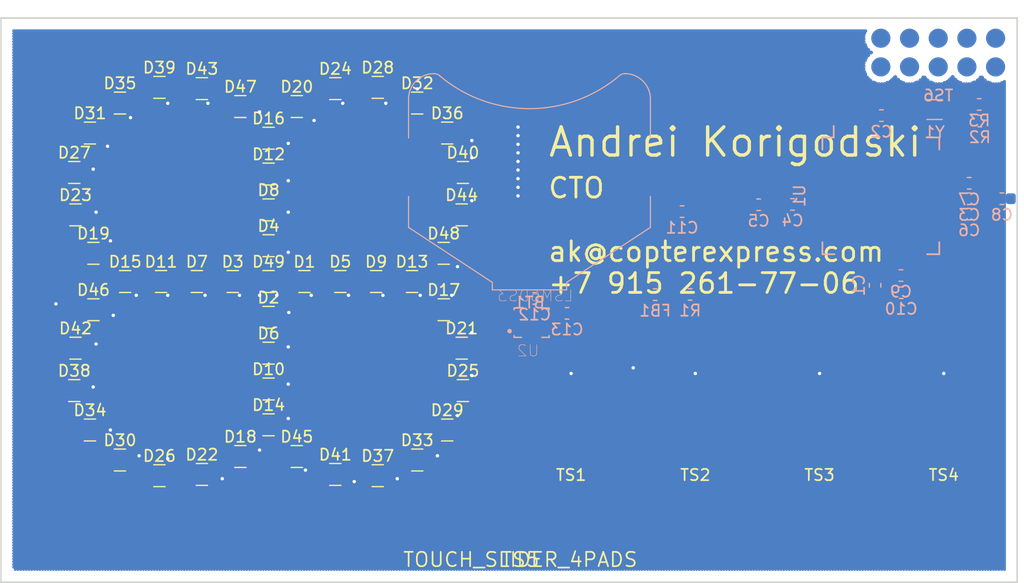
<source format=kicad_pcb>
(kicad_pcb (version 20171130) (host pcbnew 5.0.2+dfsg1-1~bpo9+1)
  (layers (0 F.Cu signal) (31 B.Cu signal) (34 B.Paste user) (35 F.Paste user hide) (36 B.SilkS user hide) (37 F.SilkS user) (38 B.Mask user) (39 F.Mask user hide) (44 Edge.Cuts user))
  (net 0 "")
  (net 1 LED_K0)
  (net 2 LED_K1)
  (net 3 LED_A0)
  (net 4 LED_K3)
  (net 5 LED_K2)
  (net 6 LED_K4)
  (net 7 LED_K5)
  (net 8 LED_K7)
  (net 9 LED_K6)
  (net 10 LED_K8)
  (net 11 LED_A1)
  (net 12 LED_A2)
  (net 13 LED_A3)
  (net 14 LED_A4)
  (net 15 LED_A5)
  (net 16 LED_A6)
  (net 17 LED_A7)
  (net 18 LED_A8)
  (net 19 VDD)
  (net 20 N$2)
  (net 21 MCU_AVDD)
  (net 22 GND)
  (net 23 N$7)
  (net 24 N$6)
  (net 25 N$13)
  (net 26 N$14)
  (net 27 N$5)
  (net 28 N$19)
  (net 29 N$20)
  (net 30 N$16)
  (net 31 N$15)
  (net 32 N$17)
  (net 33 N$18)
  (net 34 N$12)
  (net 35 N$11)
  (net 36 TOUCH_PAD0)
  (net 37 N$1)
  (net 38 TOUCH_PAD1)
  (net 39 TOUCH_PAD2)
  (net 40 TOUCH_PAD3)
  (net 41 N$21)
  (net 42 N$22)
  (net 43 N$23)
  (net 44 N$24)
  (net 45 N$8)
  (net 46 N$10)
  (net 47 N$9)
  (net 48 N$25)
  (net 49 N$26)
  (net 50 LED_K9)
  (net 51 LED_K10)
  (net 52 LED_K11)
  (module footprints:LED_DUAL_0606 (layer F.Cu) (at 126.884 103.351)
    (fp_text reference D1 (at 0 -1.75) (layer F.SilkS))
    (fp_text value LED_Dual_AACC)
    (pad 3 smd rect (at 0.725 -0.425) (size 0.85 0.65) (layers F.Cu F.Paste F.Mask) (net 1 LED_K0))
    (pad 4 smd rect (at 0.725 0.425) (size 0.85 0.65) (layers F.Cu F.Paste F.Mask) (net 1 LED_K0))
    (pad 2 smd rect (at -0.725 0.425) (size 0.85 0.65) (layers F.Cu F.Paste F.Mask) (net 11 LED_A1))
    (pad 1 smd rect (at -0.725 -0.425) (size 0.85 0.65) (layers F.Cu F.Paste F.Mask) (net 3 LED_A0))
  )
  (module footprints:LED_DUAL_0606 (layer F.Cu) (at 123.709 106.526)
    (fp_text reference D2 (at 0 -1.75) (layer F.SilkS))
    (fp_text value LED_Dual_AACC)
    (pad 3 smd rect (at 0.725 -0.425) (size 0.85 0.65) (layers F.Cu F.Paste F.Mask) (net 1 LED_K0))
    (pad 4 smd rect (at 0.725 0.425) (size 0.85 0.65) (layers F.Cu F.Paste F.Mask) (net 1 LED_K0))
    (pad 2 smd rect (at -0.725 0.425) (size 0.85 0.65) (layers F.Cu F.Paste F.Mask) (net 13 LED_A3))
    (pad 1 smd rect (at -0.725 -0.425) (size 0.85 0.65) (layers F.Cu F.Paste F.Mask) (net 12 LED_A2))
  )
  (module footprints:LED_DUAL_0606 (layer F.Cu) (at 120.534 103.351)
    (fp_text reference D3 (at 0 -1.75) (layer F.SilkS))
    (fp_text value LED_Dual_AACC)
    (pad 3 smd rect (at 0.725 -0.425) (size 0.85 0.65) (layers F.Cu F.Paste F.Mask) (net 1 LED_K0))
    (pad 4 smd rect (at 0.725 0.425) (size 0.85 0.65) (layers F.Cu F.Paste F.Mask) (net 1 LED_K0))
    (pad 2 smd rect (at -0.725 0.425) (size 0.85 0.65) (layers F.Cu F.Paste F.Mask) (net 15 LED_A5))
    (pad 1 smd rect (at -0.725 -0.425) (size 0.85 0.65) (layers F.Cu F.Paste F.Mask) (net 14 LED_A4))
  )
  (module footprints:LED_DUAL_0606 (layer F.Cu) (at 123.709 100.176)
    (fp_text reference D4 (at 0 -1.75) (layer F.SilkS))
    (fp_text value LED_Dual_AACC)
    (pad 3 smd rect (at 0.725 -0.425) (size 0.85 0.65) (layers F.Cu F.Paste F.Mask) (net 1 LED_K0))
    (pad 4 smd rect (at 0.725 0.425) (size 0.85 0.65) (layers F.Cu F.Paste F.Mask) (net 1 LED_K0))
    (pad 2 smd rect (at -0.725 0.425) (size 0.85 0.65) (layers F.Cu F.Paste F.Mask) (net 17 LED_A7))
    (pad 1 smd rect (at -0.725 -0.425) (size 0.85 0.65) (layers F.Cu F.Paste F.Mask) (net 16 LED_A6))
  )
  (module footprints:LED_DUAL_0606 (layer F.Cu) (at 130.059 103.351)
    (fp_text reference D5 (at 0 -1.75) (layer F.SilkS))
    (fp_text value LED_Dual_AACC)
    (pad 3 smd rect (at 0.725 -0.425) (size 0.85 0.65) (layers F.Cu F.Paste F.Mask) (net 2 LED_K1))
    (pad 4 smd rect (at 0.725 0.425) (size 0.85 0.65) (layers F.Cu F.Paste F.Mask) (net 2 LED_K1))
    (pad 2 smd rect (at -0.725 0.425) (size 0.85 0.65) (layers F.Cu F.Paste F.Mask) (net 11 LED_A1))
    (pad 1 smd rect (at -0.725 -0.425) (size 0.85 0.65) (layers F.Cu F.Paste F.Mask) (net 3 LED_A0))
  )
  (module footprints:LED_DUAL_0606 (layer F.Cu) (at 123.709 109.701)
    (fp_text reference D6 (at 0 -1.75) (layer F.SilkS))
    (fp_text value LED_Dual_AACC)
    (pad 3 smd rect (at 0.725 -0.425) (size 0.85 0.65) (layers F.Cu F.Paste F.Mask) (net 2 LED_K1))
    (pad 4 smd rect (at 0.725 0.425) (size 0.85 0.65) (layers F.Cu F.Paste F.Mask) (net 2 LED_K1))
    (pad 2 smd rect (at -0.725 0.425) (size 0.85 0.65) (layers F.Cu F.Paste F.Mask) (net 13 LED_A3))
    (pad 1 smd rect (at -0.725 -0.425) (size 0.85 0.65) (layers F.Cu F.Paste F.Mask) (net 12 LED_A2))
  )
  (module footprints:LED_DUAL_0606 (layer F.Cu) (at 117.359 103.351)
    (fp_text reference D7 (at 0 -1.75) (layer F.SilkS))
    (fp_text value LED_Dual_AACC)
    (pad 3 smd rect (at 0.725 -0.425) (size 0.85 0.65) (layers F.Cu F.Paste F.Mask) (net 2 LED_K1))
    (pad 4 smd rect (at 0.725 0.425) (size 0.85 0.65) (layers F.Cu F.Paste F.Mask) (net 2 LED_K1))
    (pad 2 smd rect (at -0.725 0.425) (size 0.85 0.65) (layers F.Cu F.Paste F.Mask) (net 15 LED_A5))
    (pad 1 smd rect (at -0.725 -0.425) (size 0.85 0.65) (layers F.Cu F.Paste F.Mask) (net 14 LED_A4))
  )
  (module footprints:LED_DUAL_0606 (layer F.Cu) (at 123.709 97.001)
    (fp_text reference D8 (at 0 -1.75) (layer F.SilkS))
    (fp_text value LED_Dual_AACC)
    (pad 3 smd rect (at 0.725 -0.425) (size 0.85 0.65) (layers F.Cu F.Paste F.Mask) (net 2 LED_K1))
    (pad 4 smd rect (at 0.725 0.425) (size 0.85 0.65) (layers F.Cu F.Paste F.Mask) (net 2 LED_K1))
    (pad 2 smd rect (at -0.725 0.425) (size 0.85 0.65) (layers F.Cu F.Paste F.Mask) (net 17 LED_A7))
    (pad 1 smd rect (at -0.725 -0.425) (size 0.85 0.65) (layers F.Cu F.Paste F.Mask) (net 16 LED_A6))
  )
  (module footprints:LED_DUAL_0606 (layer F.Cu) (at 133.234 103.351)
    (fp_text reference D9 (at 0 -1.75) (layer F.SilkS))
    (fp_text value LED_Dual_AACC)
    (pad 3 smd rect (at 0.725 -0.425) (size 0.85 0.65) (layers F.Cu F.Paste F.Mask) (net 5 LED_K2))
    (pad 4 smd rect (at 0.725 0.425) (size 0.85 0.65) (layers F.Cu F.Paste F.Mask) (net 5 LED_K2))
    (pad 2 smd rect (at -0.725 0.425) (size 0.85 0.65) (layers F.Cu F.Paste F.Mask) (net 11 LED_A1))
    (pad 1 smd rect (at -0.725 -0.425) (size 0.85 0.65) (layers F.Cu F.Paste F.Mask) (net 3 LED_A0))
  )
  (module footprints:LED_DUAL_0606 (layer F.Cu) (at 123.709 112.875999)
    (fp_text reference D10 (at 0 -1.75) (layer F.SilkS))
    (fp_text value LED_Dual_AACC)
    (pad 3 smd rect (at 0.725 -0.425) (size 0.85 0.65) (layers F.Cu F.Paste F.Mask) (net 5 LED_K2))
    (pad 4 smd rect (at 0.725 0.425) (size 0.85 0.65) (layers F.Cu F.Paste F.Mask) (net 5 LED_K2))
    (pad 2 smd rect (at -0.725 0.425) (size 0.85 0.65) (layers F.Cu F.Paste F.Mask) (net 13 LED_A3))
    (pad 1 smd rect (at -0.725 -0.425) (size 0.85 0.65) (layers F.Cu F.Paste F.Mask) (net 12 LED_A2))
  )
  (module footprints:LED_DUAL_0606 (layer F.Cu) (at 114.184 103.351)
    (fp_text reference D11 (at 0 -1.75) (layer F.SilkS))
    (fp_text value LED_Dual_AACC)
    (pad 3 smd rect (at 0.725 -0.425) (size 0.85 0.65) (layers F.Cu F.Paste F.Mask) (net 5 LED_K2))
    (pad 4 smd rect (at 0.725 0.425) (size 0.85 0.65) (layers F.Cu F.Paste F.Mask) (net 5 LED_K2))
    (pad 2 smd rect (at -0.725 0.425) (size 0.85 0.65) (layers F.Cu F.Paste F.Mask) (net 15 LED_A5))
    (pad 1 smd rect (at -0.725 -0.425) (size 0.85 0.65) (layers F.Cu F.Paste F.Mask) (net 14 LED_A4))
  )
  (module footprints:LED_DUAL_0606 (layer F.Cu) (at 123.709 93.826)
    (fp_text reference D12 (at 0 -1.75) (layer F.SilkS))
    (fp_text value LED_Dual_AACC)
    (pad 3 smd rect (at 0.725 -0.425) (size 0.85 0.65) (layers F.Cu F.Paste F.Mask) (net 5 LED_K2))
    (pad 4 smd rect (at 0.725 0.425) (size 0.85 0.65) (layers F.Cu F.Paste F.Mask) (net 5 LED_K2))
    (pad 2 smd rect (at -0.725 0.425) (size 0.85 0.65) (layers F.Cu F.Paste F.Mask) (net 17 LED_A7))
    (pad 1 smd rect (at -0.725 -0.425) (size 0.85 0.65) (layers F.Cu F.Paste F.Mask) (net 16 LED_A6))
  )
  (module footprints:LED_DUAL_0606 (layer F.Cu) (at 136.409 103.351)
    (fp_text reference D13 (at 0 -1.75) (layer F.SilkS))
    (fp_text value LED_Dual_AACC)
    (pad 3 smd rect (at 0.725 -0.425) (size 0.85 0.65) (layers F.Cu F.Paste F.Mask) (net 4 LED_K3))
    (pad 4 smd rect (at 0.725 0.425) (size 0.85 0.65) (layers F.Cu F.Paste F.Mask) (net 4 LED_K3))
    (pad 2 smd rect (at -0.725 0.425) (size 0.85 0.65) (layers F.Cu F.Paste F.Mask) (net 11 LED_A1))
    (pad 1 smd rect (at -0.725 -0.425) (size 0.85 0.65) (layers F.Cu F.Paste F.Mask) (net 3 LED_A0))
  )
  (module footprints:LED_DUAL_0606 (layer F.Cu) (at 123.709 116.051)
    (fp_text reference D14 (at 0 -1.75) (layer F.SilkS))
    (fp_text value LED_Dual_AACC)
    (pad 3 smd rect (at 0.725 -0.425) (size 0.85 0.65) (layers F.Cu F.Paste F.Mask) (net 4 LED_K3))
    (pad 4 smd rect (at 0.725 0.425) (size 0.85 0.65) (layers F.Cu F.Paste F.Mask) (net 4 LED_K3))
    (pad 2 smd rect (at -0.725 0.425) (size 0.85 0.65) (layers F.Cu F.Paste F.Mask) (net 13 LED_A3))
    (pad 1 smd rect (at -0.725 -0.425) (size 0.85 0.65) (layers F.Cu F.Paste F.Mask) (net 12 LED_A2))
  )
  (module footprints:LED_DUAL_0606 (layer F.Cu) (at 111.009 103.351)
    (fp_text reference D15 (at 0 -1.75) (layer F.SilkS))
    (fp_text value LED_Dual_AACC)
    (pad 3 smd rect (at 0.725 -0.425) (size 0.85 0.65) (layers F.Cu F.Paste F.Mask) (net 4 LED_K3))
    (pad 4 smd rect (at 0.725 0.425) (size 0.85 0.65) (layers F.Cu F.Paste F.Mask) (net 4 LED_K3))
    (pad 2 smd rect (at -0.725 0.425) (size 0.85 0.65) (layers F.Cu F.Paste F.Mask) (net 15 LED_A5))
    (pad 1 smd rect (at -0.725 -0.425) (size 0.85 0.65) (layers F.Cu F.Paste F.Mask) (net 14 LED_A4))
  )
  (module footprints:LED_DUAL_0606 (layer F.Cu) (at 123.709 90.651)
    (fp_text reference D16 (at 0 -1.75) (layer F.SilkS))
    (fp_text value LED_Dual_AACC)
    (pad 3 smd rect (at 0.725 -0.425) (size 0.85 0.65) (layers F.Cu F.Paste F.Mask) (net 4 LED_K3))
    (pad 4 smd rect (at 0.725 0.425) (size 0.85 0.65) (layers F.Cu F.Paste F.Mask) (net 4 LED_K3))
    (pad 2 smd rect (at -0.725 0.425) (size 0.85 0.65) (layers F.Cu F.Paste F.Mask) (net 17 LED_A7))
    (pad 1 smd rect (at -0.725 -0.425) (size 0.85 0.65) (layers F.Cu F.Paste F.Mask) (net 16 LED_A6))
  )
  (module footprints:LED_DUAL_0606 (layer F.Cu) (at 139.217852 105.850666)
    (fp_text reference D17 (at 0 -1.75) (layer F.SilkS))
    (fp_text value LED_Dual_AACC)
    (pad 3 smd rect (at 0.725 -0.425) (size 0.85 0.65) (layers F.Cu F.Paste F.Mask) (net 6 LED_K4))
    (pad 4 smd rect (at 0.725 0.425) (size 0.85 0.65) (layers F.Cu F.Paste F.Mask) (net 6 LED_K4))
    (pad 2 smd rect (at -0.725 0.425) (size 0.85 0.65) (layers F.Cu F.Paste F.Mask) (net 11 LED_A1))
    (pad 1 smd rect (at -0.725 -0.425) (size 0.85 0.65) (layers F.Cu F.Paste F.Mask) (net 3 LED_A0))
  )
  (module footprints:LED_DUAL_0606 (layer F.Cu) (at 121.209333 118.859852)
    (fp_text reference D18 (at 0 -1.75) (layer F.SilkS))
    (fp_text value LED_Dual_AACC)
    (pad 3 smd rect (at 0.725 -0.425) (size 0.85 0.65) (layers F.Cu F.Paste F.Mask) (net 6 LED_K4))
    (pad 4 smd rect (at 0.725 0.425) (size 0.85 0.65) (layers F.Cu F.Paste F.Mask) (net 6 LED_K4))
    (pad 2 smd rect (at -0.725 0.425) (size 0.85 0.65) (layers F.Cu F.Paste F.Mask) (net 13 LED_A3))
    (pad 1 smd rect (at -0.725 -0.425) (size 0.85 0.65) (layers F.Cu F.Paste F.Mask) (net 12 LED_A2))
  )
  (module footprints:LED_DUAL_0606 (layer F.Cu) (at 108.200147 100.851333)
    (fp_text reference D19 (at 0 -1.75) (layer F.SilkS))
    (fp_text value LED_Dual_AACC)
    (pad 3 smd rect (at 0.725 -0.425) (size 0.85 0.65) (layers F.Cu F.Paste F.Mask) (net 6 LED_K4))
    (pad 4 smd rect (at 0.725 0.425) (size 0.85 0.65) (layers F.Cu F.Paste F.Mask) (net 6 LED_K4))
    (pad 2 smd rect (at -0.725 0.425) (size 0.85 0.65) (layers F.Cu F.Paste F.Mask) (net 15 LED_A5))
    (pad 1 smd rect (at -0.725 -0.425) (size 0.85 0.65) (layers F.Cu F.Paste F.Mask) (net 14 LED_A4))
  )
  (module footprints:LED_DUAL_0606 (layer F.Cu) (at 126.208666 87.842147)
    (fp_text reference D20 (at 0 -1.75) (layer F.SilkS))
    (fp_text value LED_Dual_AACC)
    (pad 3 smd rect (at 0.725 -0.425) (size 0.85 0.65) (layers F.Cu F.Paste F.Mask) (net 6 LED_K4))
    (pad 4 smd rect (at 0.725 0.425) (size 0.85 0.65) (layers F.Cu F.Paste F.Mask) (net 6 LED_K4))
    (pad 2 smd rect (at -0.725 0.425) (size 0.85 0.65) (layers F.Cu F.Paste F.Mask) (net 17 LED_A7))
    (pad 1 smd rect (at -0.725 -0.425) (size 0.85 0.65) (layers F.Cu F.Paste F.Mask) (net 16 LED_A6))
  )
  (module footprints:LED_DUAL_0606 (layer F.Cu) (at 140.806919 109.258431)
    (fp_text reference D21 (at 0 -1.75) (layer F.SilkS))
    (fp_text value LED_Dual_AACC)
    (pad 3 smd rect (at 0.725 -0.425) (size 0.85 0.65) (layers F.Cu F.Paste F.Mask) (net 7 LED_K5))
    (pad 4 smd rect (at 0.725 0.425) (size 0.85 0.65) (layers F.Cu F.Paste F.Mask) (net 7 LED_K5))
    (pad 2 smd rect (at -0.725 0.425) (size 0.85 0.65) (layers F.Cu F.Paste F.Mask) (net 11 LED_A1))
    (pad 1 smd rect (at -0.725 -0.425) (size 0.85 0.65) (layers F.Cu F.Paste F.Mask) (net 3 LED_A0))
  )
  (module footprints:LED_DUAL_0606 (layer F.Cu) (at 117.801568 120.448919)
    (fp_text reference D22 (at 0 -1.75) (layer F.SilkS))
    (fp_text value LED_Dual_AACC)
    (pad 3 smd rect (at 0.725 -0.425) (size 0.85 0.65) (layers F.Cu F.Paste F.Mask) (net 7 LED_K5))
    (pad 4 smd rect (at 0.725 0.425) (size 0.85 0.65) (layers F.Cu F.Paste F.Mask) (net 7 LED_K5))
    (pad 2 smd rect (at -0.725 0.425) (size 0.85 0.65) (layers F.Cu F.Paste F.Mask) (net 13 LED_A3))
    (pad 1 smd rect (at -0.725 -0.425) (size 0.85 0.65) (layers F.Cu F.Paste F.Mask) (net 12 LED_A2))
  )
  (module footprints:LED_DUAL_0606 (layer F.Cu) (at 106.61108 97.443568)
    (fp_text reference D23 (at 0 -1.75) (layer F.SilkS))
    (fp_text value LED_Dual_AACC)
    (pad 3 smd rect (at 0.725 -0.425) (size 0.85 0.65) (layers F.Cu F.Paste F.Mask) (net 7 LED_K5))
    (pad 4 smd rect (at 0.725 0.425) (size 0.85 0.65) (layers F.Cu F.Paste F.Mask) (net 7 LED_K5))
    (pad 2 smd rect (at -0.725 0.425) (size 0.85 0.65) (layers F.Cu F.Paste F.Mask) (net 15 LED_A5))
    (pad 1 smd rect (at -0.725 -0.425) (size 0.85 0.65) (layers F.Cu F.Paste F.Mask) (net 14 LED_A4))
  )
  (module footprints:LED_DUAL_0606 (layer F.Cu) (at 129.616431 86.25308)
    (fp_text reference D24 (at 0 -1.75) (layer F.SilkS))
    (fp_text value LED_Dual_AACC)
    (pad 3 smd rect (at 0.725 -0.425) (size 0.85 0.65) (layers F.Cu F.Paste F.Mask) (net 7 LED_K5))
    (pad 4 smd rect (at 0.725 0.425) (size 0.85 0.65) (layers F.Cu F.Paste F.Mask) (net 7 LED_K5))
    (pad 2 smd rect (at -0.725 0.425) (size 0.85 0.65) (layers F.Cu F.Paste F.Mask) (net 17 LED_A7))
    (pad 1 smd rect (at -0.725 -0.425) (size 0.85 0.65) (layers F.Cu F.Paste F.Mask) (net 16 LED_A6))
  )
  (module footprints:LED_DUAL_0606 (layer F.Cu) (at 140.916279 113.016892)
    (fp_text reference D25 (at 0 -1.75) (layer F.SilkS))
    (fp_text value LED_Dual_AACC)
    (pad 3 smd rect (at 0.725 -0.425) (size 0.85 0.65) (layers F.Cu F.Paste F.Mask) (net 9 LED_K6))
    (pad 4 smd rect (at 0.725 0.425) (size 0.85 0.65) (layers F.Cu F.Paste F.Mask) (net 9 LED_K6))
    (pad 2 smd rect (at -0.725 0.425) (size 0.85 0.65) (layers F.Cu F.Paste F.Mask) (net 3 LED_A0))
    (pad 1 smd rect (at -0.725 -0.425) (size 0.85 0.65) (layers F.Cu F.Paste F.Mask) (net 11 LED_A1))
  )
  (module footprints:LED_DUAL_0606 (layer F.Cu) (at 114.043107 120.558279)
    (fp_text reference D26 (at 0 -1.75) (layer F.SilkS))
    (fp_text value LED_Dual_AACC)
    (pad 3 smd rect (at 0.725 -0.425) (size 0.85 0.65) (layers F.Cu F.Paste F.Mask) (net 9 LED_K6))
    (pad 4 smd rect (at 0.725 0.425) (size 0.85 0.65) (layers F.Cu F.Paste F.Mask) (net 9 LED_K6))
    (pad 2 smd rect (at -0.725 0.425) (size 0.85 0.65) (layers F.Cu F.Paste F.Mask) (net 12 LED_A2))
    (pad 1 smd rect (at -0.725 -0.425) (size 0.85 0.65) (layers F.Cu F.Paste F.Mask) (net 13 LED_A3))
  )
  (module footprints:LED_DUAL_0606 (layer F.Cu) (at 106.50172 93.685107)
    (fp_text reference D27 (at 0 -1.75) (layer F.SilkS))
    (fp_text value LED_Dual_AACC)
    (pad 3 smd rect (at 0.725 -0.425) (size 0.85 0.65) (layers F.Cu F.Paste F.Mask) (net 9 LED_K6))
    (pad 4 smd rect (at 0.725 0.425) (size 0.85 0.65) (layers F.Cu F.Paste F.Mask) (net 9 LED_K6))
    (pad 2 smd rect (at -0.725 0.425) (size 0.85 0.65) (layers F.Cu F.Paste F.Mask) (net 14 LED_A4))
    (pad 1 smd rect (at -0.725 -0.425) (size 0.85 0.65) (layers F.Cu F.Paste F.Mask) (net 15 LED_A5))
  )
  (module footprints:LED_DUAL_0606 (layer F.Cu) (at 133.374892 86.14372)
    (fp_text reference D28 (at 0 -1.75) (layer F.SilkS))
    (fp_text value LED_Dual_AACC)
    (pad 3 smd rect (at 0.725 -0.425) (size 0.85 0.65) (layers F.Cu F.Paste F.Mask) (net 9 LED_K6))
    (pad 4 smd rect (at 0.725 0.425) (size 0.85 0.65) (layers F.Cu F.Paste F.Mask) (net 9 LED_K6))
    (pad 2 smd rect (at -0.725 0.425) (size 0.85 0.65) (layers F.Cu F.Paste F.Mask) (net 16 LED_A6))
    (pad 1 smd rect (at -0.725 -0.425) (size 0.85 0.65) (layers F.Cu F.Paste F.Mask) (net 17 LED_A7))
  )
  (module footprints:LED_DUAL_0606 (layer F.Cu) (at 139.528045 116.511287)
    (fp_text reference D29 (at 0 -1.75) (layer F.SilkS))
    (fp_text value LED_Dual_AACC)
    (pad 3 smd rect (at 0.725 -0.425) (size 0.85 0.65) (layers F.Cu F.Paste F.Mask) (net 8 LED_K7))
    (pad 4 smd rect (at 0.725 0.425) (size 0.85 0.65) (layers F.Cu F.Paste F.Mask) (net 8 LED_K7))
    (pad 2 smd rect (at -0.725 0.425) (size 0.85 0.65) (layers F.Cu F.Paste F.Mask) (net 3 LED_A0))
    (pad 1 smd rect (at -0.725 -0.425) (size 0.85 0.65) (layers F.Cu F.Paste F.Mask) (net 11 LED_A1))
  )
  (module footprints:LED_DUAL_0606 (layer F.Cu) (at 110.548712 119.170045)
    (fp_text reference D30 (at 0 -1.75) (layer F.SilkS))
    (fp_text value LED_Dual_AACC)
    (pad 3 smd rect (at 0.725 -0.425) (size 0.85 0.65) (layers F.Cu F.Paste F.Mask) (net 8 LED_K7))
    (pad 4 smd rect (at 0.725 0.425) (size 0.85 0.65) (layers F.Cu F.Paste F.Mask) (net 8 LED_K7))
    (pad 2 smd rect (at -0.725 0.425) (size 0.85 0.65) (layers F.Cu F.Paste F.Mask) (net 12 LED_A2))
    (pad 1 smd rect (at -0.725 -0.425) (size 0.85 0.65) (layers F.Cu F.Paste F.Mask) (net 13 LED_A3))
  )
  (module footprints:LED_DUAL_0606 (layer F.Cu) (at 107.889954 90.190712)
    (fp_text reference D31 (at 0 -1.75) (layer F.SilkS))
    (fp_text value LED_Dual_AACC)
    (pad 3 smd rect (at 0.725 -0.425) (size 0.85 0.65) (layers F.Cu F.Paste F.Mask) (net 8 LED_K7))
    (pad 4 smd rect (at 0.725 0.425) (size 0.85 0.65) (layers F.Cu F.Paste F.Mask) (net 8 LED_K7))
    (pad 2 smd rect (at -0.725 0.425) (size 0.85 0.65) (layers F.Cu F.Paste F.Mask) (net 14 LED_A4))
    (pad 1 smd rect (at -0.725 -0.425) (size 0.85 0.65) (layers F.Cu F.Paste F.Mask) (net 15 LED_A5))
  )
  (module footprints:LED_DUAL_0606 (layer F.Cu) (at 136.869287 87.531954)
    (fp_text reference D32 (at 0 -1.75) (layer F.SilkS))
    (fp_text value LED_Dual_AACC)
    (pad 3 smd rect (at 0.725 -0.425) (size 0.85 0.65) (layers F.Cu F.Paste F.Mask) (net 8 LED_K7))
    (pad 4 smd rect (at 0.725 0.425) (size 0.85 0.65) (layers F.Cu F.Paste F.Mask) (net 8 LED_K7))
    (pad 2 smd rect (at -0.725 0.425) (size 0.85 0.65) (layers F.Cu F.Paste F.Mask) (net 16 LED_A6))
    (pad 1 smd rect (at -0.725 -0.425) (size 0.85 0.65) (layers F.Cu F.Paste F.Mask) (net 17 LED_A7))
  )
  (module footprints:LED_DUAL_0606 (layer F.Cu) (at 136.869287 119.170045)
    (fp_text reference D33 (at 0 -1.75) (layer F.SilkS))
    (fp_text value LED_Dual_AACC)
    (pad 3 smd rect (at 0.725 -0.425) (size 0.85 0.65) (layers F.Cu F.Paste F.Mask) (net 10 LED_K8))
    (pad 4 smd rect (at 0.725 0.425) (size 0.85 0.65) (layers F.Cu F.Paste F.Mask) (net 10 LED_K8))
    (pad 2 smd rect (at -0.725 0.425) (size 0.85 0.65) (layers F.Cu F.Paste F.Mask) (net 3 LED_A0))
    (pad 1 smd rect (at -0.725 -0.425) (size 0.85 0.65) (layers F.Cu F.Paste F.Mask) (net 11 LED_A1))
  )
  (module footprints:LED_DUAL_0606 (layer F.Cu) (at 107.889954 116.511287)
    (fp_text reference D34 (at 0 -1.75) (layer F.SilkS))
    (fp_text value LED_Dual_AACC)
    (pad 3 smd rect (at 0.725 -0.425) (size 0.85 0.65) (layers F.Cu F.Paste F.Mask) (net 10 LED_K8))
    (pad 4 smd rect (at 0.725 0.425) (size 0.85 0.65) (layers F.Cu F.Paste F.Mask) (net 10 LED_K8))
    (pad 2 smd rect (at -0.725 0.425) (size 0.85 0.65) (layers F.Cu F.Paste F.Mask) (net 12 LED_A2))
    (pad 1 smd rect (at -0.725 -0.425) (size 0.85 0.65) (layers F.Cu F.Paste F.Mask) (net 13 LED_A3))
  )
  (module footprints:LED_DUAL_0606 (layer F.Cu) (at 110.548712 87.531954)
    (fp_text reference D35 (at 0 -1.75) (layer F.SilkS))
    (fp_text value LED_Dual_AACC)
    (pad 3 smd rect (at 0.725 -0.425) (size 0.85 0.65) (layers F.Cu F.Paste F.Mask) (net 10 LED_K8))
    (pad 4 smd rect (at 0.725 0.425) (size 0.85 0.65) (layers F.Cu F.Paste F.Mask) (net 10 LED_K8))
    (pad 2 smd rect (at -0.725 0.425) (size 0.85 0.65) (layers F.Cu F.Paste F.Mask) (net 14 LED_A4))
    (pad 1 smd rect (at -0.725 -0.425) (size 0.85 0.65) (layers F.Cu F.Paste F.Mask) (net 15 LED_A5))
  )
  (module footprints:LED_DUAL_0606 (layer F.Cu) (at 139.528045 90.190712)
    (fp_text reference D36 (at 0 -1.75) (layer F.SilkS))
    (fp_text value LED_Dual_AACC)
    (pad 3 smd rect (at 0.725 -0.425) (size 0.85 0.65) (layers F.Cu F.Paste F.Mask) (net 10 LED_K8))
    (pad 4 smd rect (at 0.725 0.425) (size 0.85 0.65) (layers F.Cu F.Paste F.Mask) (net 10 LED_K8))
    (pad 2 smd rect (at -0.725 0.425) (size 0.85 0.65) (layers F.Cu F.Paste F.Mask) (net 16 LED_A6))
    (pad 1 smd rect (at -0.725 -0.425) (size 0.85 0.65) (layers F.Cu F.Paste F.Mask) (net 17 LED_A7))
  )
  (module footprints:LED_DUAL_0606 (layer F.Cu) (at 133.374892 120.558279)
    (fp_text reference D37 (at 0 -1.75) (layer F.SilkS))
    (fp_text value LED_Dual_AACC)
    (pad 3 smd rect (at 0.725 -0.425) (size 0.85 0.65) (layers F.Cu F.Paste F.Mask) (net 50 LED_K9))
    (pad 4 smd rect (at 0.725 0.425) (size 0.85 0.65) (layers F.Cu F.Paste F.Mask) (net 50 LED_K9))
    (pad 2 smd rect (at -0.725 0.425) (size 0.85 0.65) (layers F.Cu F.Paste F.Mask) (net 3 LED_A0))
    (pad 1 smd rect (at -0.725 -0.425) (size 0.85 0.65) (layers F.Cu F.Paste F.Mask) (net 11 LED_A1))
  )
  (module footprints:LED_DUAL_0606 (layer F.Cu) (at 106.50172 113.016892)
    (fp_text reference D38 (at 0 -1.75) (layer F.SilkS))
    (fp_text value LED_Dual_AACC)
    (pad 3 smd rect (at 0.725 -0.425) (size 0.85 0.65) (layers F.Cu F.Paste F.Mask) (net 50 LED_K9))
    (pad 4 smd rect (at 0.725 0.425) (size 0.85 0.65) (layers F.Cu F.Paste F.Mask) (net 50 LED_K9))
    (pad 2 smd rect (at -0.725 0.425) (size 0.85 0.65) (layers F.Cu F.Paste F.Mask) (net 12 LED_A2))
    (pad 1 smd rect (at -0.725 -0.425) (size 0.85 0.65) (layers F.Cu F.Paste F.Mask) (net 13 LED_A3))
  )
  (module footprints:LED_DUAL_0606 (layer F.Cu) (at 114.043107 86.14372)
    (fp_text reference D39 (at 0 -1.75) (layer F.SilkS))
    (fp_text value LED_Dual_AACC)
    (pad 3 smd rect (at 0.725 -0.425) (size 0.85 0.65) (layers F.Cu F.Paste F.Mask) (net 50 LED_K9))
    (pad 4 smd rect (at 0.725 0.425) (size 0.85 0.65) (layers F.Cu F.Paste F.Mask) (net 50 LED_K9))
    (pad 2 smd rect (at -0.725 0.425) (size 0.85 0.65) (layers F.Cu F.Paste F.Mask) (net 14 LED_A4))
    (pad 1 smd rect (at -0.725 -0.425) (size 0.85 0.65) (layers F.Cu F.Paste F.Mask) (net 15 LED_A5))
  )
  (module footprints:LED_DUAL_0606 (layer F.Cu) (at 140.916279 93.685107)
    (fp_text reference D40 (at 0 -1.75) (layer F.SilkS))
    (fp_text value LED_Dual_AACC)
    (pad 3 smd rect (at 0.725 -0.425) (size 0.85 0.65) (layers F.Cu F.Paste F.Mask) (net 50 LED_K9))
    (pad 4 smd rect (at 0.725 0.425) (size 0.85 0.65) (layers F.Cu F.Paste F.Mask) (net 50 LED_K9))
    (pad 2 smd rect (at -0.725 0.425) (size 0.85 0.65) (layers F.Cu F.Paste F.Mask) (net 16 LED_A6))
    (pad 1 smd rect (at -0.725 -0.425) (size 0.85 0.65) (layers F.Cu F.Paste F.Mask) (net 17 LED_A7))
  )
  (module footprints:LED_DUAL_0606 (layer F.Cu) (at 129.616431 120.448919)
    (fp_text reference D41 (at 0 -1.75) (layer F.SilkS))
    (fp_text value LED_Dual_AACC)
    (pad 3 smd rect (at 0.725 -0.425) (size 0.85 0.65) (layers F.Cu F.Paste F.Mask) (net 51 LED_K10))
    (pad 4 smd rect (at 0.725 0.425) (size 0.85 0.65) (layers F.Cu F.Paste F.Mask) (net 51 LED_K10))
    (pad 2 smd rect (at -0.725 0.425) (size 0.85 0.65) (layers F.Cu F.Paste F.Mask) (net 3 LED_A0))
    (pad 1 smd rect (at -0.725 -0.425) (size 0.85 0.65) (layers F.Cu F.Paste F.Mask) (net 11 LED_A1))
  )
  (module footprints:LED_DUAL_0606 (layer F.Cu) (at 106.61108 109.258431)
    (fp_text reference D42 (at 0 -1.75) (layer F.SilkS))
    (fp_text value LED_Dual_AACC)
    (pad 3 smd rect (at 0.725 -0.425) (size 0.85 0.65) (layers F.Cu F.Paste F.Mask) (net 51 LED_K10))
    (pad 4 smd rect (at 0.725 0.425) (size 0.85 0.65) (layers F.Cu F.Paste F.Mask) (net 51 LED_K10))
    (pad 2 smd rect (at -0.725 0.425) (size 0.85 0.65) (layers F.Cu F.Paste F.Mask) (net 12 LED_A2))
    (pad 1 smd rect (at -0.725 -0.425) (size 0.85 0.65) (layers F.Cu F.Paste F.Mask) (net 13 LED_A3))
  )
  (module footprints:LED_DUAL_0606 (layer F.Cu) (at 117.801568 86.25308)
    (fp_text reference D43 (at 0 -1.75) (layer F.SilkS))
    (fp_text value LED_Dual_AACC)
    (pad 3 smd rect (at 0.725 -0.425) (size 0.85 0.65) (layers F.Cu F.Paste F.Mask) (net 51 LED_K10))
    (pad 4 smd rect (at 0.725 0.425) (size 0.85 0.65) (layers F.Cu F.Paste F.Mask) (net 51 LED_K10))
    (pad 2 smd rect (at -0.725 0.425) (size 0.85 0.65) (layers F.Cu F.Paste F.Mask) (net 14 LED_A4))
    (pad 1 smd rect (at -0.725 -0.425) (size 0.85 0.65) (layers F.Cu F.Paste F.Mask) (net 15 LED_A5))
  )
  (module footprints:LED_DUAL_0606 (layer F.Cu) (at 140.806919 97.443568)
    (fp_text reference D44 (at 0 -1.75) (layer F.SilkS))
    (fp_text value LED_Dual_AACC)
    (pad 3 smd rect (at 0.725 -0.425) (size 0.85 0.65) (layers F.Cu F.Paste F.Mask) (net 51 LED_K10))
    (pad 4 smd rect (at 0.725 0.425) (size 0.85 0.65) (layers F.Cu F.Paste F.Mask) (net 51 LED_K10))
    (pad 2 smd rect (at -0.725 0.425) (size 0.85 0.65) (layers F.Cu F.Paste F.Mask) (net 16 LED_A6))
    (pad 1 smd rect (at -0.725 -0.425) (size 0.85 0.65) (layers F.Cu F.Paste F.Mask) (net 17 LED_A7))
  )
  (module footprints:LED_DUAL_0606 (layer F.Cu) (at 126.208666 118.859852)
    (fp_text reference D45 (at 0 -1.75) (layer F.SilkS))
    (fp_text value LED_Dual_AACC)
    (pad 3 smd rect (at 0.725 -0.425) (size 0.85 0.65) (layers F.Cu F.Paste F.Mask) (net 52 LED_K11))
    (pad 4 smd rect (at 0.725 0.425) (size 0.85 0.65) (layers F.Cu F.Paste F.Mask) (net 52 LED_K11))
    (pad 2 smd rect (at -0.725 0.425) (size 0.85 0.65) (layers F.Cu F.Paste F.Mask) (net 3 LED_A0))
    (pad 1 smd rect (at -0.725 -0.425) (size 0.85 0.65) (layers F.Cu F.Paste F.Mask) (net 11 LED_A1))
  )
  (module footprints:LED_DUAL_0606 (layer F.Cu) (at 108.200147 105.850666)
    (fp_text reference D46 (at 0 -1.75) (layer F.SilkS))
    (fp_text value LED_Dual_AACC)
    (pad 3 smd rect (at 0.725 -0.425) (size 0.85 0.65) (layers F.Cu F.Paste F.Mask) (net 52 LED_K11))
    (pad 4 smd rect (at 0.725 0.425) (size 0.85 0.65) (layers F.Cu F.Paste F.Mask) (net 52 LED_K11))
    (pad 2 smd rect (at -0.725 0.425) (size 0.85 0.65) (layers F.Cu F.Paste F.Mask) (net 12 LED_A2))
    (pad 1 smd rect (at -0.725 -0.425) (size 0.85 0.65) (layers F.Cu F.Paste F.Mask) (net 13 LED_A3))
  )
  (module footprints:LED_DUAL_0606 (layer F.Cu) (at 121.209333 87.842147)
    (fp_text reference D47 (at 0 -1.75) (layer F.SilkS))
    (fp_text value LED_Dual_AACC)
    (pad 3 smd rect (at 0.725 -0.425) (size 0.85 0.65) (layers F.Cu F.Paste F.Mask) (net 52 LED_K11))
    (pad 4 smd rect (at 0.725 0.425) (size 0.85 0.65) (layers F.Cu F.Paste F.Mask) (net 52 LED_K11))
    (pad 2 smd rect (at -0.725 0.425) (size 0.85 0.65) (layers F.Cu F.Paste F.Mask) (net 14 LED_A4))
    (pad 1 smd rect (at -0.725 -0.425) (size 0.85 0.65) (layers F.Cu F.Paste F.Mask) (net 15 LED_A5))
  )
  (module footprints:LED_DUAL_0606 (layer F.Cu) (at 139.217852 100.851333)
    (fp_text reference D48 (at 0 -1.75) (layer F.SilkS))
    (fp_text value LED_Dual_AACC)
    (pad 3 smd rect (at 0.725 -0.425) (size 0.85 0.65) (layers F.Cu F.Paste F.Mask) (net 52 LED_K11))
    (pad 4 smd rect (at 0.725 0.425) (size 0.85 0.65) (layers F.Cu F.Paste F.Mask) (net 52 LED_K11))
    (pad 2 smd rect (at -0.725 0.425) (size 0.85 0.65) (layers F.Cu F.Paste F.Mask) (net 16 LED_A6))
    (pad 1 smd rect (at -0.725 -0.425) (size 0.85 0.65) (layers F.Cu F.Paste F.Mask) (net 17 LED_A7))
  )
  (module footprints:LED_DUAL_0606 (layer F.Cu) (at 123.709 103.351)
    (fp_text reference D49 (at 0 -1.75) (layer F.SilkS))
    (fp_text value LED_Dual_AACC)
    (pad 3 smd rect (at 0.725 -0.425) (size 0.85 0.65) (layers F.Cu F.Paste F.Mask) (net 1 LED_K0))
    (pad 4 smd rect (at 0.725 0.425) (size 0.85 0.65) (layers F.Cu F.Paste F.Mask) (net 2 LED_K1))
    (pad 2 smd rect (at -0.725 0.425) (size 0.85 0.65) (layers F.Cu F.Paste F.Mask) (net 18 LED_A8))
    (pad 1 smd rect (at -0.725 -0.425) (size 0.85 0.65) (layers F.Cu F.Paste F.Mask) (net 18 LED_A8))
  )
  (module Inductor_SMD:L_0603_1608Metric (layer B.Cu) (at 157.9371 104.510891)
    (fp_text reference FB1 (at 0 1.43) (layer B.SilkS) (effects (justify mirror)))
    (fp_text value Ferrite_Bead_Small)
    (pad 2 smd roundrect (at 0.7875 0) (size 0.875 0.95) (layers B.Cu B.Paste B.Mask) (net 20 N$2))
    (pad 1 smd roundrect (at -0.7875 0) (size 0.875 0.95) (layers B.Cu B.Paste B.Mask) (net 19 VDD))
  )
  (module Resistor_SMD:R_0603_1608Metric (layer B.Cu) (at 161.0359 104.4956)
    (fp_text reference R1 (at 0 1.43) (layer B.SilkS) (effects (justify mirror)))
    (fp_text value 1)
    (pad 2 smd roundrect (at 0.7875 0) (size 0.875 0.95) (layers B.Cu B.Paste B.Mask) (net 21 MCU_AVDD))
    (pad 1 smd roundrect (at -0.7875 0) (size 0.875 0.95) (layers B.Cu B.Paste B.Mask) (net 20 N$2))
  )
  (module Package_QFP:LQFP-64_10x10mm_P0.5mm (layer B.Cu) (at 177.927 95.758 270)
    (fp_text reference U1 (at 0 7.2 270) (layer B.SilkS) (effects (justify mirror)))
    (fp_text value EFM32LG232F64)
    (pad 64 smd rect (at -3.75 5.7 180) (size 1 0.25) (layers B.Cu B.Paste B.Mask) (net 52 LED_K11))
    (pad 63 smd rect (at -3.25 5.7 180) (size 1 0.25) (layers B.Cu B.Paste B.Mask) (net 51 LED_K10))
    (pad 62 smd rect (at -2.75 5.7 180) (size 1 0.25) (layers B.Cu B.Paste B.Mask) (net 50 LED_K9))
    (pad 61 smd rect (at -2.25 5.7 180) (size 1 0.25) (layers B.Cu B.Paste B.Mask) (net 10 LED_K8))
    (pad 60 smd rect (at -1.75 5.7 180) (size 1 0.25) (layers B.Cu B.Paste B.Mask) (net 8 LED_K7))
    (pad 59 smd rect (at -1.25 5.7 180) (size 1 0.25) (layers B.Cu B.Paste B.Mask) (net 9 LED_K6))
    (pad 58 smd rect (at -0.75 5.7 180) (size 1 0.25) (layers B.Cu B.Paste B.Mask) (net 7 LED_K5))
    (pad 57 smd rect (at -0.25 5.7 180) (size 1 0.25) (layers B.Cu B.Paste B.Mask) (net 6 LED_K4))
    (pad 56 smd rect (at 0.25 5.7 180) (size 1 0.25) (layers B.Cu B.Paste B.Mask) (net 22 GND))
    (pad 55 smd rect (at 0.75 5.7 180) (size 1 0.25) (layers B.Cu B.Paste B.Mask) (net 19 VDD))
    (pad 54 smd rect (at 1.25 5.7 180) (size 1 0.25) (layers B.Cu B.Paste B.Mask) (net 4 LED_K3))
    (pad 53 smd rect (at 1.75 5.7 180) (size 1 0.25) (layers B.Cu B.Paste B.Mask) (net 5 LED_K2))
    (pad 52 smd rect (at 2.25 5.7 180) (size 1 0.25) (layers B.Cu B.Paste B.Mask) (net 2 LED_K1))
    (pad 51 smd rect (at 2.75 5.7 180) (size 1 0.25) (layers B.Cu B.Paste B.Mask) (net 1 LED_K0))
    (pad 50 smd rect (at 3.25 5.7 180) (size 1 0.25) (layers B.Cu B.Paste B.Mask) (net 47 N$9))
    (pad 49 smd rect (at 3.75 5.7 180) (size 1 0.25) (layers B.Cu B.Paste B.Mask) (net 46 N$10))
    (pad 48 smd rect (at 5.7 3.75 270) (size 1 0.25) (layers B.Cu B.Paste B.Mask) (net 45 N$8))
    (pad 47 smd rect (at 5.7 3.25 270) (size 1 0.25) (layers B.Cu B.Paste B.Mask) (net 41 N$21))
    (pad 46 smd rect (at 5.7 2.75 270) (size 1 0.25) (layers B.Cu B.Paste B.Mask) (net 42 N$22))
    (pad 45 smd rect (at 5.7 2.25 270) (size 1 0.25) (layers B.Cu B.Paste B.Mask) (net 43 N$23))
    (pad 44 smd rect (at 5.7 1.75 270) (size 1 0.25) (layers B.Cu B.Paste B.Mask) (net 44 N$24))
    (pad 43 smd rect (at 5.7 1.25 270) (size 1 0.25) (layers B.Cu B.Paste B.Mask) (net 40 TOUCH_PAD3))
    (pad 42 smd rect (at 5.7 0.75 270) (size 1 0.25) (layers B.Cu B.Paste B.Mask) (net 39 TOUCH_PAD2))
    (pad 41 smd rect (at 5.7 0.25 270) (size 1 0.25) (layers B.Cu B.Paste B.Mask) (net 38 TOUCH_PAD1))
    (pad 40 smd rect (at 5.7 -0.25 270) (size 1 0.25) (layers B.Cu B.Paste B.Mask) (net 37 N$1))
    (pad 39 smd rect (at 5.7 -0.75 270) (size 1 0.25) (layers B.Cu B.Paste B.Mask) (net 19 VDD))
    (pad 38 smd rect (at 5.7 -1.25 270) (size 1 0.25) (layers B.Cu B.Paste B.Mask) (net 22 GND))
    (pad 37 smd rect (at 5.7 -1.75 270) (size 1 0.25) (layers B.Cu B.Paste B.Mask) (net 36 TOUCH_PAD0))
    (pad 36 smd rect (at 5.7 -2.25 270) (size 1 0.25) (layers B.Cu B.Paste B.Mask) (net 22 GND))
    (pad 35 smd rect (at 5.7 -2.75 270) (size 1 0.25) (layers B.Cu B.Paste B.Mask) (net 35 N$11))
    (pad 34 smd rect (at 5.7 -3.25 270) (size 1 0.25) (layers B.Cu B.Paste B.Mask) (net 34 N$12))
    (pad 33 smd rect (at 5.7 -3.75 270) (size 1 0.25) (layers B.Cu B.Paste B.Mask) (net 22 GND))
    (pad 32 smd rect (at 3.75 -5.7 180) (size 1 0.25) (layers B.Cu B.Paste B.Mask) (net 22 GND))
    (pad 31 smd rect (at 3.25 -5.7 180) (size 1 0.25) (layers B.Cu B.Paste B.Mask) (net 33 N$18))
    (pad 30 smd rect (at 2.75 -5.7 180) (size 1 0.25) (layers B.Cu B.Paste B.Mask) (net 32 N$17))
    (pad 29 smd rect (at 2.25 -5.7 180) (size 1 0.25) (layers B.Cu B.Paste B.Mask) (net 31 N$15))
    (pad 28 smd rect (at 1.75 -5.7 180) (size 1 0.25) (layers B.Cu B.Paste B.Mask) (net 30 N$16))
    (pad 27 smd rect (at 1.25 -5.7 180) (size 1 0.25) (layers B.Cu B.Paste B.Mask) (net 21 MCU_AVDD))
    (pad 26 smd rect (at 0.75 -5.7 180) (size 1 0.25) (layers B.Cu B.Paste B.Mask) (net 19 VDD))
    (pad 25 smd rect (at 0.25 -5.7 180) (size 1 0.25) (layers B.Cu B.Paste B.Mask) (net 29 N$20))
    (pad 24 smd rect (at -0.25 -5.7 180) (size 1 0.25) (layers B.Cu B.Paste B.Mask) (net 28 N$19))
    (pad 23 smd rect (at -0.75 -5.7 180) (size 1 0.25) (layers B.Cu B.Paste B.Mask) (net 21 MCU_AVDD))
    (pad 22 smd rect (at -1.25 -5.7 180) (size 1 0.25) (layers B.Cu B.Paste B.Mask) (net 22 GND))
    (pad 21 smd rect (at -1.75 -5.7 180) (size 1 0.25) (layers B.Cu B.Paste B.Mask) (net 22 GND))
    (pad 20 smd rect (at -2.25 -5.7 180) (size 1 0.25) (layers B.Cu B.Paste B.Mask) (net 27 N$5))
    (pad 19 smd rect (at -2.75 -5.7 180) (size 1 0.25) (layers B.Cu B.Paste B.Mask) (net 18 LED_A8))
    (pad 18 smd rect (at -3.25 -5.7 180) (size 1 0.25) (layers B.Cu B.Paste B.Mask) (net 17 LED_A7))
    (pad 17 smd rect (at -3.75 -5.7 180) (size 1 0.25) (layers B.Cu B.Paste B.Mask) (net 16 LED_A6))
    (pad 16 smd rect (at -5.7 -3.75 270) (size 1 0.25) (layers B.Cu B.Paste B.Mask) (net 26 N$14))
    (pad 15 smd rect (at -5.7 -3.25 270) (size 1 0.25) (layers B.Cu B.Paste B.Mask) (net 25 N$13))
    (pad 14 smd rect (at -5.7 -2.75 270) (size 1 0.25) (layers B.Cu B.Paste B.Mask) (net 49 N$26))
    (pad 13 smd rect (at -5.7 -2.25 270) (size 1 0.25) (layers B.Cu B.Paste B.Mask) (net 48 N$25))
    (pad 12 smd rect (at -5.7 -1.75 270) (size 1 0.25) (layers B.Cu B.Paste B.Mask) (net 22 GND))
    (pad 11 smd rect (at -5.7 -1.25 270) (size 1 0.25) (layers B.Cu B.Paste B.Mask) (net 22 GND))
    (pad 10 smd rect (at -5.7 -0.75 270) (size 1 0.25) (layers B.Cu B.Paste B.Mask) (net 24 N$6))
    (pad 9 smd rect (at -5.7 -0.25 270) (size 1 0.25) (layers B.Cu B.Paste B.Mask) (net 23 N$7))
    (pad 8 smd rect (at -5.7 0.25 270) (size 1 0.25) (layers B.Cu B.Paste B.Mask) (net 22 GND))
    (pad 7 smd rect (at -5.7 0.75 270) (size 1 0.25) (layers B.Cu B.Paste B.Mask) (net 19 VDD))
    (pad 6 smd rect (at -5.7 1.25 270) (size 1 0.25) (layers B.Cu B.Paste B.Mask) (net 15 LED_A5))
    (pad 5 smd rect (at -5.7 1.75 270) (size 1 0.25) (layers B.Cu B.Paste B.Mask) (net 14 LED_A4))
    (pad 4 smd rect (at -5.7 2.25 270) (size 1 0.25) (layers B.Cu B.Paste B.Mask) (net 13 LED_A3))
    (pad 3 smd rect (at -5.7 2.75 270) (size 1 0.25) (layers B.Cu B.Paste B.Mask) (net 12 LED_A2))
    (pad 2 smd rect (at -5.7 3.25 270) (size 1 0.25) (layers B.Cu B.Paste B.Mask) (net 11 LED_A1))
    (pad 1 smd rect (at -5.7 3.75 270) (size 1 0.25) (layers B.Cu B.Paste B.Mask) (net 3 LED_A0))
  )
  (module Crystal:Crystal_SMD_3215-2Pin_3.2x1.5mm (layer B.Cu) (at 182.6822 88.1126)
    (fp_text reference Y1 (at 0 2) (layer B.SilkS) (effects (justify mirror)))
    (fp_text value 32768Hz)
    (pad 1 smd rect (at -1.25 0) (size 1 1.8) (layers B.Cu B.Paste B.Mask) (net 25 N$13))
    (pad 2 smd rect (at 1.25 0) (size 1 1.8) (layers B.Cu B.Paste B.Mask) (net 26 N$14))
  )
  (module Capacitor_SMD:C_0603_1608Metric (layer B.Cu) (at 177.419 103.6829 270)
    (fp_text reference C1 (at 0 1.43 270) (layer B.SilkS) (effects (justify mirror)))
    (fp_text value 1uF)
    (pad 2 smd roundrect (at 0.7875 0 270) (size 0.875 0.95) (layers B.Cu B.Paste B.Mask) (net 22 GND))
    (pad 1 smd roundrect (at -0.7875 0 270) (size 0.875 0.95) (layers B.Cu B.Paste B.Mask) (net 37 N$1))
  )
  (module Capacitor_SMD:C_0603_1608Metric (layer B.Cu) (at 185.7503 96.012)
    (fp_text reference C3 (at 0 1.43) (layer B.SilkS) (effects (justify mirror)))
    (fp_text value 0.1uF)
    (pad 2 smd roundrect (at 0.7875 0) (size 0.875 0.95) (layers B.Cu B.Paste B.Mask) (net 22 GND))
    (pad 1 smd roundrect (at -0.7875 0) (size 0.875 0.95) (layers B.Cu B.Paste B.Mask) (net 19 VDD))
  )
  (module Capacitor_SMD:C_0603_1608Metric (layer B.Cu) (at 170.1037 96.52)
    (fp_text reference C4 (at 0 1.43) (layer B.SilkS) (effects (justify mirror)))
    (fp_text value 0.1uF)
    (pad 1 smd roundrect (at 0.7875 0) (size 0.875 0.95) (layers B.Cu B.Paste B.Mask) (net 19 VDD))
    (pad 2 smd roundrect (at -0.7875 0) (size 0.875 0.95) (layers B.Cu B.Paste B.Mask) (net 22 GND))
  )
  (module Capacitor_SMD:C_0603_1608Metric (layer B.Cu) (at 167.1065 96.5454)
    (fp_text reference C5 (at 0 1.43) (layer B.SilkS) (effects (justify mirror)))
    (fp_text value 10uF)
    (pad 2 smd roundrect (at 0.7875 0) (size 0.875 0.95) (layers B.Cu B.Paste B.Mask) (net 22 GND))
    (pad 1 smd roundrect (at -0.7875 0) (size 0.875 0.95) (layers B.Cu B.Paste B.Mask) (net 19 VDD))
  )
  (module Capacitor_SMD:C_0603_1608Metric (layer B.Cu) (at 185.7503 97.3836)
    (fp_text reference C6 (at 0 1.43) (layer B.SilkS) (effects (justify mirror)))
    (fp_text value 10nF)
    (pad 2 smd roundrect (at 0.7875 0) (size 0.875 0.95) (layers B.Cu B.Paste B.Mask) (net 22 GND))
    (pad 1 smd roundrect (at -0.7875 0) (size 0.875 0.95) (layers B.Cu B.Paste B.Mask) (net 21 MCU_AVDD))
  )
  (module Capacitor_SMD:C_0603_1608Metric (layer B.Cu) (at 185.7503 94.6404)
    (fp_text reference C7 (at 0 1.43) (layer B.SilkS) (effects (justify mirror)))
    (fp_text value 10nF)
    (pad 2 smd roundrect (at 0.7875 0) (size 0.875 0.95) (layers B.Cu B.Paste B.Mask) (net 22 GND))
    (pad 1 smd roundrect (at -0.7875 0) (size 0.875 0.95) (layers B.Cu B.Paste B.Mask) (net 21 MCU_AVDD))
  )
  (module Capacitor_SMD:C_0603_1608Metric (layer B.Cu) (at 188.6457 96.012)
    (fp_text reference C8 (at 0 1.43) (layer B.SilkS) (effects (justify mirror)))
    (fp_text value 10uF)
    (pad 2 smd roundrect (at 0.7875 0) (size 0.875 0.95) (layers B.Cu B.Paste B.Mask) (net 22 GND))
    (pad 1 smd roundrect (at -0.7875 0) (size 0.875 0.95) (layers B.Cu B.Paste B.Mask) (net 21 MCU_AVDD))
  )
  (module Capacitor_SMD:C_0603_1608Metric (layer B.Cu) (at 179.7049 102.8192)
    (fp_text reference C9 (at 0 1.43) (layer B.SilkS) (effects (justify mirror)))
    (fp_text value 0.1uF)
    (pad 2 smd roundrect (at 0.7875 0) (size 0.875 0.95) (layers B.Cu B.Paste B.Mask) (net 22 GND))
    (pad 1 smd roundrect (at -0.7875 0) (size 0.875 0.95) (layers B.Cu B.Paste B.Mask) (net 19 VDD))
  )
  (module Capacitor_SMD:C_0603_1608Metric (layer B.Cu) (at 179.7303 104.3432)
    (fp_text reference C10 (at 0 1.43) (layer B.SilkS) (effects (justify mirror)))
    (fp_text value 3.3uF)
    (pad 2 smd roundrect (at 0.7875 0) (size 0.875 0.95) (layers B.Cu B.Paste B.Mask) (net 22 GND))
    (pad 1 smd roundrect (at -0.7875 0) (size 0.875 0.95) (layers B.Cu B.Paste B.Mask) (net 19 VDD))
  )
  (module Capacitor_SMD:C_0603_1608Metric (layer B.Cu) (at 160.3247 97.155)
    (fp_text reference C11 (at 0 1.43) (layer B.SilkS) (effects (justify mirror)))
    (fp_text value 100uF)
    (pad 2 smd roundrect (at 0.7875 0) (size 0.875 0.95) (layers B.Cu B.Paste B.Mask) (net 22 GND))
    (pad 1 smd roundrect (at -0.7875 0) (size 0.875 0.95) (layers B.Cu B.Paste B.Mask) (net 19 VDD))
  )
  (module Capacitor_SMD:C_0603_1608Metric (layer B.Cu) (at 147.2693 104.8512)
    (fp_text reference C12 (at 0 1.43) (layer B.SilkS) (effects (justify mirror)))
    (fp_text value 0.1uF)
    (pad 2 smd roundrect (at 0.7875 0) (size 0.875 0.95) (layers B.Cu B.Paste B.Mask) (net 22 GND))
    (pad 1 smd roundrect (at -0.7875 0) (size 0.875 0.95) (layers B.Cu B.Paste B.Mask) (net 19 VDD))
  )
  (module Capacitor_SMD:C_0603_1608Metric (layer B.Cu) (at 150.1395 106.172)
    (fp_text reference C13 (at 0 1.43) (layer B.SilkS) (effects (justify mirror)))
    (fp_text value 0.1uF)
    (pad 2 smd roundrect (at 0.7875 0) (size 0.875 0.95) (layers B.Cu B.Paste B.Mask) (net 22 GND))
    (pad 1 smd roundrect (at -0.7875 0) (size 0.875 0.95) (layers B.Cu B.Paste B.Mask) (net 19 VDD))
  )
  (module Resistor_SMD:R_0603_1608Metric (layer B.Cu) (at 186.6899 89.1286)
    (fp_text reference R2 (at 0 1.43) (layer B.SilkS) (effects (justify mirror)))
    (fp_text value 0)
    (pad 2 smd roundrect (at 0.7875 0) (size 0.875 0.95) (layers B.Cu B.Paste B.Mask) (net 22 GND))
    (pad 1 smd roundrect (at -0.7875 0) (size 0.875 0.95) (layers B.Cu B.Paste B.Mask) (net 48 N$25))
  )
  (module Resistor_SMD:R_0603_1608Metric (layer B.Cu) (at 186.6392 87.6554)
    (fp_text reference R3 (at 0 1.43) (layer B.SilkS) (effects (justify mirror)))
    (fp_text value 0)
    (pad 2 smd roundrect (at 0.7875 0) (size 0.875 0.95) (layers B.Cu B.Paste B.Mask) (net 22 GND))
    (pad 1 smd roundrect (at -0.7875 0) (size 0.875 0.95) (layers B.Cu B.Paste B.Mask) (net 49 N$26))
  )
  (module footprints:LSM6DS3 (layer B.Cu) (at 147 107)
    (fp_text reference U2 (at -0.31031 2.48754) (layer B.SilkS) (effects (font (size 1.00102 1.00102) (thickness 0.05)) (justify mirror)))
    (fp_text value LSM6DS3 (at 0.325055 -2.39047) (layer B.SilkS) (effects (font (size 1.0002 1.0002) (thickness 0.05)) (justify mirror)))
    (pad 4 smd rect (at -1.175 -0.75 180) (size 0.58 0.35) (layers B.Cu B.Paste B.Mask) (net 28 N$19))
    (pad 3 smd rect (at -1.175 -0.25 180) (size 0.58 0.35) (layers B.Cu B.Paste B.Mask) (net 22 GND))
    (pad 2 smd rect (at -1.175 0.25 180) (size 0.58 0.35) (layers B.Cu B.Paste B.Mask) (net 22 GND))
    (pad 1 smd rect (at -1.175 0.75 180) (size 0.58 0.35) (layers B.Cu B.Paste B.Mask) (net 31 N$15))
    (pad 7 smd rect (at 0.5 -0.925 270) (size 0.58 0.35) (layers B.Cu B.Paste B.Mask) (net 22 GND))
    (pad 6 smd rect (at 0 -0.925 270) (size 0.58 0.35) (layers B.Cu B.Paste B.Mask) (net 22 GND))
    (pad 5 smd rect (at -0.5 -0.925 270) (size 0.58 0.35) (layers B.Cu B.Paste B.Mask) (net 19 VDD))
    (pad 8 smd rect (at 1.175 -0.75 180) (size 0.58 0.35) (layers B.Cu B.Paste B.Mask) (net 19 VDD))
    (pad 9 smd rect (at 1.175 -0.25 180) (size 0.58 0.35) (layers B.Cu B.Paste B.Mask) (net 29 N$20))
    (pad 10 smd rect (at 1.175 0.25 180) (size 0.58 0.35) (layers B.Cu B.Paste B.Mask))
    (pad 11 smd rect (at 1.175 0.75 180) (size 0.58 0.35) (layers B.Cu B.Paste B.Mask))
    (pad 12 smd rect (at 0.5 0.925 270) (size 0.58 0.35) (layers B.Cu B.Paste B.Mask) (net 33 N$18))
    (pad 13 smd rect (at 0 0.925 270) (size 0.58 0.35) (layers B.Cu B.Paste B.Mask) (net 32 N$17))
    (pad 14 smd rect (at -0.5 0.925 270) (size 0.58 0.35) (layers B.Cu B.Paste B.Mask) (net 30 N$16))
  )
  (module footprints:TouchPad_D8.0mm (layer F.Cu) (at 150.5 115)
    (fp_text reference TS1 (at 0 5.5) (layer F.SilkS))
    (fp_text value TOUCH_PAD)
    (pad 1 smd circle (at 0 0) (size 8 8) (layers F.Cu) (net 36 TOUCH_PAD0))
  )
  (module footprints:TouchPad_D8.0mm (layer F.Cu) (at 161.5 115)
    (fp_text reference TS2 (at 0 5.5) (layer F.SilkS))
    (fp_text value TOUCH_PAD)
    (pad 1 smd circle (at 0 0) (size 8 8) (layers F.Cu) (net 38 TOUCH_PAD1))
  )
  (module footprints:TouchPad_D8.0mm (layer F.Cu) (at 172.5 115)
    (fp_text reference TS3 (at 0 5.5) (layer F.SilkS))
    (fp_text value TOUCH_PAD)
    (pad 1 smd circle (at 0 0) (size 8 8) (layers F.Cu) (net 39 TOUCH_PAD2))
  )
  (module footprints:TouchPad_D8.0mm (layer F.Cu) (at 183.5 115)
    (fp_text reference TS4 (at 0 5.5) (layer F.SilkS))
    (fp_text value TOUCH_PAD)
    (pad 1 smd circle (at 0 0) (size 8 8) (layers F.Cu) (net 40 TOUCH_PAD3))
  )
  (module footprints:TestPoints_2x05_P2.54_D1.7 (layer B.Cu) (at 183.007 83.058)
    (fp_text reference TS6 (at 0 3.81) (layer B.SilkS) (effects (justify mirror)))
    (fp_text value POGO_10PADS)
    (pad 5 smd circle (at 0 -1.27) (size 1.7 1.7) (layers B.Cu B.Mask) (net 23 N$7))
    (pad 4 smd circle (at -2.54 1.27) (size 1.7 1.7) (layers B.Cu B.Mask) (net 24 N$6))
    (pad 3 smd circle (at -2.54 -1.27) (size 1.7 1.7) (layers B.Cu B.Mask) (net 27 N$5))
    (pad 2 smd circle (at -5.08 1.27) (size 1.7 1.7) (layers B.Cu B.Mask) (net 22 GND))
    (pad 1 smd circle (at -5.08 -1.27) (size 1.7 1.7) (layers B.Cu B.Mask) (net 19 VDD))
    (pad 10 smd circle (at 5.08 1.27) (size 1.7 1.7) (layers B.Cu B.Mask) (net 34 N$12))
    (pad 9 smd circle (at 5.08 -1.27) (size 1.7 1.7) (layers B.Cu B.Mask) (net 35 N$11))
    (pad 8 smd circle (at 2.54 1.27) (size 1.7 1.7) (layers B.Cu B.Mask) (net 46 N$10))
    (pad 7 smd circle (at 2.54 -1.27) (size 1.7 1.7) (layers B.Cu B.Mask) (net 47 N$9))
    (pad 6 smd circle (at 0 1.27) (size 1.7 1.7) (layers B.Cu B.Mask) (net 45 N$8))
  )
  (module footprints:BatteryHolder_Keystone_3026_1x2016 (layer B.Cu) (at 146.812 93.218)
    (fp_text reference BT1 (at 0 12) (layer B.SilkS) (effects (justify mirror)))
    (fp_text value Battery_Cell)
    (pad 2 smd rect (at 0 0) (size 7 8) (layers B.Cu B.Mask) (net 22 GND))
    (pad 1 smd rect (at 12.85 0) (size 5.08 5.08) (layers B.Cu B.Paste B.Mask) (net 19 VDD))
    (pad 1 smd rect (at -12.85 0) (size 5.08 5.08) (layers B.Cu B.Paste B.Mask) (net 19 VDD))
  )
  (module footprints:TouchSlider-4_42x7mm (layer F.Cu) (at 146 128)
    (fp_text reference TS5 (at 0 0) (layer F.SilkS) (effects (font (size 1.27 1.27))))
    (fp_text value TOUCH_SLIDER_4PADS (at 0 0) (layer F.SilkS) (effects (font (size 1.27 1.27))))
    (pad 1 smd custom (at 1.5 -3.5) (size 2.333333 2.333333) (layers F.Cu) (net 41 N$21) (options (clearance outline) (anchor circle)) (primitives (gr_poly (pts (xy -1.5 -3.5) (xy 1.5 -3.5) (xy 1.5 -3.270579) (xy 11.140237 -2.333333) (xy 1.5 -1.396088) (xy 1.5 -0.937245) (xy 11.140237 0) (xy 1.5 0.937245) (xy 1.5 1.396088) (xy 11.140237 2.333333) (xy 1.5 3.270579) (xy 1.5 3.5) (xy -1.5 3.5)) (width 0))))
    (pad 2 smd custom (at 14.476341 -3.5) (size 2.333333 2.333333) (layers F.Cu) (net 42 N$22) (options (clearance outline) (anchor circle)) (primitives (gr_poly (pts (xy -11.211214 -3.5) (xy -1.570978 -2.562755) (xy -1.570978 -2.103912) (xy -11.211214 -1.166667) (xy -1.570978 -0.229421) (xy -1.570978 0.229421) (xy -11.211214 1.166667) (xy -1.570978 2.103912) (xy -1.570978 2.562755) (xy -11.211214 3.5) (xy 1.570978 3.5) (xy 1.570978 3.270579) (xy 11.211214 2.333333) (xy 1.570978 1.396088) (xy 1.570978 0.937245) (xy 11.211214 0) (xy 1.570978 -0.937245) (xy 1.570978 -1.396088) (xy 11.211214 -2.333333) (xy 1.570978 -3.270579) (xy 1.570978 -3.5)) (width 0))))
    (pad 3 smd custom (at 27.523659 -3.5) (size 2.333333 2.333333) (layers F.Cu) (net 43 N$23) (options (clearance outline) (anchor circle)) (primitives (gr_poly (pts (xy -11.211214 -3.5) (xy -1.570978 -2.562755) (xy -1.570978 -2.103912) (xy -11.211214 -1.166667) (xy -1.570978 -0.229421) (xy -1.570978 0.229421) (xy -11.211214 1.166667) (xy -1.570978 2.103912) (xy -1.570978 2.562755) (xy -11.211214 3.5) (xy 1.570978 3.5) (xy 1.570978 3.270579) (xy 11.211214 2.333333) (xy 1.570978 1.396088) (xy 1.570978 0.937245) (xy 11.211214 0) (xy 1.570978 -0.937245) (xy 1.570978 -1.396088) (xy 11.211214 -2.333333) (xy 1.570978 -3.270579) (xy 1.570978 -3.5)) (width 0))))
    (pad 4 smd custom (at 40.5 -3.5) (size 2.333333 2.333333) (layers F.Cu) (net 44 N$24) (options (clearance outline) (anchor circle)) (primitives (gr_poly (pts (xy -11.140237 -3.5) (xy -1.5 -2.562755) (xy -1.5 -2.103912) (xy -11.140237 -1.166667) (xy -1.5 -0.229421) (xy -1.5 0.229421) (xy -11.140237 1.166667) (xy -1.5 2.103912) (xy -1.5 2.562755) (xy -11.140237 3.5) (xy 1.5 3.5) (xy 1.5 -3.5)) (width 0))))
  )
  (module Capacitor_SMD:C_0603_1608Metric (layer B.Cu) (at 177.9779 88.646)
    (fp_text reference C2 (at 0 1.43) (layer B.SilkS) (effects (justify mirror)))
    (fp_text value 0.1uF)
    (pad 1 smd roundrect (at -0.7875 0) (size 0.875 0.95) (layers B.Cu B.Paste B.Mask) (net 19 VDD))
    (pad 2 smd roundrect (at 0.7875 0) (size 0.875 0.95) (layers B.Cu B.Paste B.Mask) (net 22 GND))
  )
  (gr_line (start 100 130) (end 100 80) (layer Edge.Cuts) (width 0.15))
  (gr_line (start 190 130) (end 100 130) (layer Edge.Cuts) (width 0.15))
  (gr_line (start 190 80) (end 190 130) (layer Edge.Cuts) (width 0.15))
  (gr_line (start 100 80) (end 190 80) (layer Edge.Cuts) (width 0.15))
  (gr_text "CTO\n\nak@copterexpress.com\n+7 915 261-77-06" (at 148.344 99.29) (layer F.SilkS) (effects (font (size 1.75 1.75) (thickness 0.25)) (justify left)))
  (gr_text "Andrei Korigodski" (at 148.344 91) (layer F.SilkS) (effects (font (size 2.5 2.5) (thickness 0.3)) (justify left)))
  (via (at 145.796 95.758) (size 0.6) (drill 0.3) (layers F.Cu B.Cu) (net 22))
  (via (at 145.796 94.996) (size 0.6) (drill 0.3) (layers F.Cu B.Cu) (net 22))
  (via (at 145.796 94.234) (size 0.6) (drill 0.3) (layers F.Cu B.Cu) (net 22))
  (via (at 145.796 93.472) (size 0.6) (drill 0.3) (layers F.Cu B.Cu) (net 22))
  (via (at 145.796 92.71) (size 0.6) (drill 0.3) (layers F.Cu B.Cu) (net 22))
  (via (at 145.796 91.948) (size 0.6) (drill 0.3) (layers F.Cu B.Cu) (net 22))
  (via (at 145.796 91.186) (size 0.6) (drill 0.3) (layers F.Cu B.Cu) (net 22))
  (via (at 145.796 90.424) (size 0.6) (drill 0.3) (layers F.Cu B.Cu) (net 22))
  (via (at 145.796 89.662) (size 0.6) (drill 0.3) (layers F.Cu B.Cu) (net 22))
  (via (at 183.5 111.5) (size 0.6) (drill 0.3) (layers F.Cu B.Cu) (net 40))
  (via (at 172.5 111.5) (size 0.6) (drill 0.3) (layers F.Cu B.Cu) (net 39))
  (via (at 161.5 111.5) (size 0.6) (drill 0.3) (layers F.Cu B.Cu) (net 38))
  (via (at 150.5 111.5) (size 0.6) (drill 0.3) (layers F.Cu B.Cu) (net 36))
  (segment (start 124.434 99.751) (end 124.434 100.601) (width 0.254) (layer F.Cu) (net 1))
  (segment (start 121.259 102.926) (end 121.259 103.776) (width 0.254) (layer F.Cu) (net 1))
  (segment (start 127.609 102.926) (end 127.609 103.776) (width 0.254) (layer F.Cu) (net 1))
  (segment (start 124.434 106.101) (end 124.434 106.951) (width 0.254) (layer F.Cu) (net 1))
  (segment (start 125.4958 106.101) (end 125.5018 106.095) (width 0.254) (layer F.Cu) (net 1))
  (via (at 125.5018 106.095) (size 0.6) (drill 0.3) (layers F.Cu B.Cu) (net 1))
  (segment (start 124.434 106.101) (end 125.4958 106.101) (width 0.254) (layer F.Cu) (net 1))
  (segment (start 125.291 100.601) (end 125.451 100.761) (width 0.254) (layer F.Cu) (net 1))
  (via (at 125.451 100.761) (size 0.6) (drill 0.3) (layers F.Cu B.Cu) (net 1))
  (segment (start 124.434 100.601) (end 125.291 100.601) (width 0.254) (layer F.Cu) (net 1))
  (via (at 121.133 104.571) (size 0.6) (drill 0.3) (layers F.Cu B.Cu) (net 1))
  (segment (start 121.259 104.445) (end 121.133 104.571) (width 0.254) (layer F.Cu) (net 1))
  (segment (start 121.259 103.776) (end 121.259 104.445) (width 0.254) (layer F.Cu) (net 1))
  (via (at 127.483 104.571) (size 0.6) (drill 0.3) (layers F.Cu B.Cu) (net 1))
  (segment (start 127.609 104.445) (end 127.483 104.571) (width 0.254) (layer F.Cu) (net 1))
  (segment (start 127.609 103.776) (end 127.609 104.445) (width 0.254) (layer F.Cu) (net 1))
  (segment (start 124.434 102.926) (end 124.434 100.601) (width 0.254) (layer F.Cu) (net 1))
  (segment (start 125.959 106.095) (end 127.483 104.571) (width 0.254) (layer B.Cu) (net 1))
  (segment (start 125.5018 106.095) (end 125.959 106.095) (width 0.254) (layer B.Cu) (net 1))
  (segment (start 122.657 106.095) (end 121.133 104.571) (width 0.254) (layer B.Cu) (net 1))
  (segment (start 125.5018 106.095) (end 122.657 106.095) (width 0.254) (layer B.Cu) (net 1))
  (segment (start 124.943 100.761) (end 125.451 100.761) (width 0.254) (layer B.Cu) (net 1))
  (segment (start 121.133 104.571) (end 124.943 100.761) (width 0.254) (layer B.Cu) (net 1))
  (segment (start 125.451 100.761) (end 137.239 100.761) (width 0.254) (layer B.Cu) (net 1))
  (segment (start 137.239 100.761) (end 138.91298 99.08702) (width 0.254) (layer B.Cu) (net 1))
  (segment (start 138.91298 99.08702) (end 138.91298 90.91298) (width 0.254) (layer B.Cu) (net 1))
  (segment (start 138.91298 90.91298) (end 138.91298 89.569506) (width 0.254) (layer B.Cu) (net 1))
  (segment (start 138.91298 89.569506) (end 140.241243 88.241243) (width 0.254) (layer B.Cu) (net 1))
  (segment (start 130.784 102.926) (end 130.784 103.776) (width 0.254) (layer F.Cu) (net 2))
  (via (at 130.785 104.571) (size 0.6) (drill 0.3) (layers F.Cu B.Cu) (net 2))
  (segment (start 130.784 104.57) (end 130.785 104.571) (width 0.254) (layer F.Cu) (net 2))
  (segment (start 130.784 103.776) (end 130.784 104.57) (width 0.254) (layer F.Cu) (net 2))
  (segment (start 124.434 110.126) (end 124.434 109.276) (width 0.254) (layer F.Cu) (net 2))
  (via (at 125.451 109.143) (size 0.6) (drill 0.3) (layers F.Cu B.Cu) (net 2))
  (segment (start 125.318 109.276) (end 125.451 109.143) (width 0.254) (layer F.Cu) (net 2))
  (segment (start 124.434 109.276) (end 125.318 109.276) (width 0.254) (layer F.Cu) (net 2))
  (segment (start 124.434 96.576) (end 124.434 97.426) (width 0.254) (layer F.Cu) (net 2))
  (segment (start 118.084 102.926) (end 118.084 103.776) (width 0.254) (layer F.Cu) (net 2))
  (via (at 118.085 104.571) (size 0.6) (drill 0.3) (layers F.Cu B.Cu) (net 2))
  (segment (start 118.084 104.57) (end 118.085 104.571) (width 0.254) (layer F.Cu) (net 2))
  (segment (start 118.084 103.776) (end 118.084 104.57) (width 0.254) (layer F.Cu) (net 2))
  (via (at 124.435 104.571) (size 0.6) (drill 0.3) (layers F.Cu B.Cu) (net 2))
  (segment (start 124.434 104.57) (end 124.435 104.571) (width 0.254) (layer F.Cu) (net 2))
  (segment (start 124.434 103.776) (end 124.434 104.57) (width 0.254) (layer F.Cu) (net 2))
  (segment (start 122.657 109.143) (end 125.451 109.143) (width 0.254) (layer B.Cu) (net 2))
  (segment (start 118.085 104.571) (end 122.657 109.143) (width 0.254) (layer B.Cu) (net 2))
  (segment (start 126.213 109.143) (end 130.785 104.571) (width 0.254) (layer B.Cu) (net 2))
  (segment (start 125.451 109.143) (end 126.213 109.143) (width 0.254) (layer B.Cu) (net 2))
  (segment (start 130.485001 104.271001) (end 130.785 104.571) (width 0.254) (layer B.Cu) (net 2))
  (segment (start 130.103999 103.889999) (end 130.485001 104.271001) (width 0.254) (layer B.Cu) (net 2))
  (segment (start 125.116001 103.889999) (end 130.103999 103.889999) (width 0.254) (layer B.Cu) (net 2))
  (segment (start 124.435 104.571) (end 125.116001 103.889999) (width 0.254) (layer B.Cu) (net 2))
  (via (at 125.451 97.205) (size 0.6) (drill 0.3) (layers F.Cu B.Cu) (net 2))
  (segment (start 125.23 97.426) (end 125.451 97.205) (width 0.254) (layer F.Cu) (net 2))
  (segment (start 124.434 97.426) (end 125.23 97.426) (width 0.254) (layer F.Cu) (net 2))
  (segment (start 125.151001 97.504999) (end 118.085 104.571) (width 0.254) (layer B.Cu) (net 2))
  (segment (start 125.451 97.205) (end 125.151001 97.504999) (width 0.254) (layer B.Cu) (net 2))
  (segment (start 125.750999 96.905001) (end 137.094999 96.905001) (width 0.254) (layer B.Cu) (net 2))
  (segment (start 125.451 97.205) (end 125.750999 96.905001) (width 0.254) (layer B.Cu) (net 2))
  (segment (start 138.40497 95.59503) (end 138.40497 89.359082) (width 0.254) (layer B.Cu) (net 2))
  (segment (start 137.094999 96.905001) (end 138.40497 95.59503) (width 0.254) (layer B.Cu) (net 2))
  (segment (start 138.40497 89.359082) (end 140.764052 87) (width 0.254) (layer B.Cu) (net 2))
  (segment (start 126.159 102.926) (end 126.259 102.926) (width 0.254) (layer F.Cu) (net 3))
  (segment (start 126.259 102.926) (end 126.965001 102.219999) (width 0.254) (layer F.Cu) (net 3))
  (segment (start 129.461001 102.219999) (end 129.515 102.219999) (width 0.254) (layer F.Cu) (net 3))
  (segment (start 129.334 102.347) (end 129.461001 102.219999) (width 0.254) (layer F.Cu) (net 3))
  (segment (start 132.563 102.293) (end 132.563 102.219999) (width 0.254) (layer F.Cu) (net 3))
  (segment (start 132.509 102.347) (end 132.563 102.293) (width 0.254) (layer F.Cu) (net 3))
  (segment (start 132.381999 102.219999) (end 132.309 102.219999) (width 0.254) (layer F.Cu) (net 3))
  (segment (start 132.509 102.347) (end 132.381999 102.219999) (width 0.254) (layer F.Cu) (net 3))
  (segment (start 129.515 102.219999) (end 132.309 102.219999) (width 0.254) (layer F.Cu) (net 3))
  (segment (start 132.309 102.219999) (end 132.563 102.219999) (width 0.254) (layer F.Cu) (net 3))
  (segment (start 129.206999 102.219999) (end 129.007 102.219999) (width 0.254) (layer F.Cu) (net 3))
  (segment (start 129.334 102.347) (end 129.206999 102.219999) (width 0.254) (layer F.Cu) (net 3))
  (segment (start 126.965001 102.219999) (end 129.007 102.219999) (width 0.254) (layer F.Cu) (net 3))
  (segment (start 129.334 102.926) (end 129.334 102.347) (width 0.254) (layer F.Cu) (net 3))
  (segment (start 129.007 102.219999) (end 129.515 102.219999) (width 0.254) (layer F.Cu) (net 3))
  (segment (start 132.509 102.347) (end 132.636001 102.219999) (width 0.254) (layer F.Cu) (net 3))
  (segment (start 132.509 102.926) (end 132.509 102.347) (width 0.254) (layer F.Cu) (net 3))
  (segment (start 132.563 102.219999) (end 132.817 102.219999) (width 0.254) (layer F.Cu) (net 3))
  (segment (start 132.636001 102.219999) (end 132.817 102.219999) (width 0.254) (layer F.Cu) (net 3))
  (segment (start 135.611 102.274) (end 135.611 102.219999) (width 0.254) (layer F.Cu) (net 3))
  (segment (start 135.684 102.347) (end 135.611 102.274) (width 0.254) (layer F.Cu) (net 3))
  (segment (start 132.817 102.219999) (end 135.611 102.219999) (width 0.254) (layer F.Cu) (net 3))
  (segment (start 135.811001 102.219999) (end 135.865 102.219999) (width 0.254) (layer F.Cu) (net 3))
  (segment (start 135.684 102.347) (end 135.811001 102.219999) (width 0.254) (layer F.Cu) (net 3))
  (segment (start 135.684 102.926) (end 135.684 102.347) (width 0.254) (layer F.Cu) (net 3))
  (segment (start 135.611 102.219999) (end 135.865 102.219999) (width 0.254) (layer F.Cu) (net 3))
  (segment (start 135.865 102.219999) (end 138.585881 102.219999) (width 0.254) (layer F.Cu) (net 3))
  (segment (start 139.784518 103.555) (end 139.920882 103.555) (width 0.254) (layer F.Cu) (net 3))
  (segment (start 138.492852 105.425666) (end 138.492852 104.846666) (width 0.254) (layer F.Cu) (net 3))
  (segment (start 141.023909 107.548209) (end 141.461118 107.111) (width 0.254) (layer F.Cu) (net 3))
  (segment (start 141.023909 107.991441) (end 141.023909 107.548209) (width 0.254) (layer F.Cu) (net 3))
  (segment (start 140.081919 108.833431) (end 140.181919 108.833431) (width 0.254) (layer F.Cu) (net 3))
  (segment (start 140.181919 108.833431) (end 141.023909 107.991441) (width 0.254) (layer F.Cu) (net 3))
  (segment (start 142.215 107.111) (end 142.469 106.857) (width 0.254) (layer F.Cu) (net 3))
  (segment (start 141.961 107.111) (end 142.215 107.111) (width 0.254) (layer F.Cu) (net 3))
  (segment (start 142.469 106.857) (end 142.469 107.111) (width 0.254) (layer F.Cu) (net 3))
  (segment (start 141.461118 107.111) (end 141.961 107.111) (width 0.254) (layer F.Cu) (net 3))
  (segment (start 141.961 107.111) (end 142.469 107.111) (width 0.254) (layer F.Cu) (net 3))
  (segment (start 142.469 106.103118) (end 142.469 106.857) (width 0.254) (layer F.Cu) (net 3))
  (segment (start 142.469 107.365) (end 142.215 107.111) (width 0.254) (layer F.Cu) (net 3))
  (segment (start 142.469 107.111) (end 142.469 107.365) (width 0.254) (layer F.Cu) (net 3))
  (segment (start 139.675 103.664518) (end 139.675 103.309118) (width 0.254) (layer F.Cu) (net 3))
  (segment (start 139.675 103.664518) (end 139.784518 103.555) (width 0.254) (layer F.Cu) (net 3))
  (segment (start 138.492852 104.846666) (end 139.675 103.664518) (width 0.254) (layer F.Cu) (net 3))
  (segment (start 138.585881 102.219999) (end 139.675 103.309118) (width 0.254) (layer F.Cu) (net 3))
  (segment (start 139.675 103.309118) (end 139.920882 103.555) (width 0.254) (layer F.Cu) (net 3))
  (segment (start 140.0304 103.664518) (end 140.183 103.817118) (width 0.254) (layer F.Cu) (net 3))
  (segment (start 139.675 103.664518) (end 140.0304 103.664518) (width 0.254) (layer F.Cu) (net 3))
  (segment (start 140.183 103.817118) (end 142.469 106.103118) (width 0.254) (layer F.Cu) (net 3))
  (segment (start 139.920882 103.555) (end 140.183 103.817118) (width 0.254) (layer F.Cu) (net 3))
  (segment (start 127.381815 121.762001) (end 125.483666 119.863852) (width 0.254) (layer F.Cu) (net 3))
  (segment (start 125.483666 119.863852) (end 125.483666 119.284852) (width 0.254) (layer F.Cu) (net 3))
  (segment (start 141.072387 114.223) (end 142.469 114.223) (width 0.254) (layer F.Cu) (net 3))
  (segment (start 140.291279 113.441892) (end 141.072387 114.223) (width 0.254) (layer F.Cu) (net 3))
  (segment (start 140.191279 113.441892) (end 140.291279 113.441892) (width 0.254) (layer F.Cu) (net 3))
  (segment (start 142.469 107.365) (end 142.469 114.223) (width 0.254) (layer F.Cu) (net 3))
  (segment (start 142.469 114.223) (end 142.469 116.156134) (width 0.254) (layer F.Cu) (net 3))
  (segment (start 139.929 118.641242) (end 139.929 118.696134) (width 0.254) (layer F.Cu) (net 3))
  (segment (start 138.803045 117.515287) (end 139.929 118.641242) (width 0.254) (layer F.Cu) (net 3))
  (segment (start 138.803045 116.936287) (end 138.803045 117.515287) (width 0.254) (layer F.Cu) (net 3))
  (segment (start 139.929 118.696134) (end 136.863133 121.762001) (width 0.254) (layer F.Cu) (net 3))
  (segment (start 142.469 116.156134) (end 139.929 118.696134) (width 0.254) (layer F.Cu) (net 3))
  (segment (start 136.144287 119.595045) (end 136.144287 121.736714) (width 0.254) (layer F.Cu) (net 3))
  (segment (start 136.144287 121.736714) (end 136.119 121.762001) (width 0.254) (layer F.Cu) (net 3))
  (segment (start 136.863133 121.762001) (end 136.119 121.762001) (width 0.254) (layer F.Cu) (net 3))
  (segment (start 132.649892 120.983279) (end 132.649892 121.562279) (width 0.254) (layer F.Cu) (net 3))
  (segment (start 132.649892 121.562279) (end 132.649892 121.594893) (width 0.254) (layer F.Cu) (net 3))
  (segment (start 132.817 121.762001) (end 132.563 121.762001) (width 0.254) (layer F.Cu) (net 3))
  (segment (start 136.119 121.762001) (end 132.817 121.762001) (width 0.254) (layer F.Cu) (net 3))
  (segment (start 132.649892 121.675109) (end 132.563 121.762001) (width 0.254) (layer F.Cu) (net 3))
  (segment (start 132.649892 121.562279) (end 132.649892 121.675109) (width 0.254) (layer F.Cu) (net 3))
  (segment (start 128.891431 121.646432) (end 129.007 121.762001) (width 0.254) (layer F.Cu) (net 3))
  (segment (start 128.891431 120.873919) (end 128.891431 121.646432) (width 0.254) (layer F.Cu) (net 3))
  (segment (start 129.007 121.762001) (end 127.381815 121.762001) (width 0.254) (layer F.Cu) (net 3))
  (segment (start 132.563 121.762001) (end 129.007 121.762001) (width 0.254) (layer F.Cu) (net 3))
  (segment (start 137.134 102.926) (end 137.134 103.776) (width 0.254) (layer F.Cu) (net 4))
  (via (at 137.135 104.571) (size 0.6) (drill 0.3) (layers F.Cu B.Cu) (net 4))
  (segment (start 137.134 104.57) (end 137.135 104.571) (width 0.254) (layer F.Cu) (net 4))
  (segment (start 137.134 103.776) (end 137.134 104.57) (width 0.254) (layer F.Cu) (net 4))
  (segment (start 124.434 116.476) (end 124.434 115.626) (width 0.254) (layer F.Cu) (net 4))
  (via (at 125.451 115.493) (size 0.6) (drill 0.3) (layers F.Cu B.Cu) (net 4))
  (segment (start 125.318 115.626) (end 125.451 115.493) (width 0.254) (layer F.Cu) (net 4))
  (segment (start 124.434 115.626) (end 125.318 115.626) (width 0.254) (layer F.Cu) (net 4))
  (segment (start 124.434 90.226) (end 124.434 91.076) (width 0.254) (layer F.Cu) (net 4))
  (segment (start 125.418 91.076) (end 125.451 91.109) (width 0.254) (layer F.Cu) (net 4))
  (via (at 125.451 91.109) (size 0.6) (drill 0.3) (layers F.Cu B.Cu) (net 4))
  (segment (start 124.434 91.076) (end 125.418 91.076) (width 0.254) (layer F.Cu) (net 4))
  (segment (start 111.734 102.926) (end 111.734 103.776) (width 0.254) (layer F.Cu) (net 4))
  (segment (start 126.213 115.493) (end 137.135 104.571) (width 0.254) (layer B.Cu) (net 4))
  (segment (start 125.451 115.493) (end 126.213 115.493) (width 0.254) (layer B.Cu) (net 4))
  (segment (start 135.096867 89.758001) (end 135.269859 89.585009) (width 0.254) (layer B.Cu) (net 4))
  (segment (start 126.801999 89.758001) (end 135.096867 89.758001) (width 0.254) (layer B.Cu) (net 4))
  (segment (start 125.451 91.109) (end 126.801999 89.758001) (width 0.254) (layer B.Cu) (net 4))
  (segment (start 136.285848 88.56902) (end 137.758166 88.569018) (width 0.254) (layer B.Cu) (net 4))
  (segment (start 135.269859 89.585009) (end 136.285848 88.56902) (width 0.254) (layer B.Cu) (net 4))
  (segment (start 137.758166 88.569018) (end 139.732592 86.594592) (width 0.254) (layer B.Cu) (net 4))
  (segment (start 111.734 104.316) (end 111.989 104.571) (width 0.254) (layer F.Cu) (net 4))
  (via (at 111.989 104.571) (size 0.6) (drill 0.3) (layers F.Cu B.Cu) (net 4))
  (segment (start 111.734 103.776) (end 111.734 104.316) (width 0.254) (layer F.Cu) (net 4))
  (segment (start 111.989 104.571) (end 125.451 91.109) (width 0.254) (layer B.Cu) (net 4))
  (segment (start 122.911 115.493) (end 111.989 104.571) (width 0.254) (layer B.Cu) (net 4))
  (segment (start 125.451 115.493) (end 122.911 115.493) (width 0.254) (layer B.Cu) (net 4))
  (segment (start 133.959 102.926) (end 133.959 103.776) (width 0.254) (layer F.Cu) (net 5))
  (via (at 133.833 104.571) (size 0.6) (drill 0.3) (layers F.Cu B.Cu) (net 5))
  (segment (start 133.959 104.445) (end 133.833 104.571) (width 0.254) (layer F.Cu) (net 5))
  (segment (start 133.959 103.776) (end 133.959 104.445) (width 0.254) (layer F.Cu) (net 5))
  (segment (start 124.434 113.300999) (end 124.434 112.450999) (width 0.254) (layer F.Cu) (net 5))
  (via (at 125.451 112.445) (size 0.6) (drill 0.3) (layers F.Cu B.Cu) (net 5))
  (segment (start 125.445001 112.450999) (end 125.451 112.445) (width 0.254) (layer F.Cu) (net 5))
  (segment (start 124.434 112.450999) (end 125.445001 112.450999) (width 0.254) (layer F.Cu) (net 5))
  (segment (start 124.434 93.401) (end 124.434 94.251) (width 0.254) (layer F.Cu) (net 5))
  (via (at 125.451 94.411) (size 0.6) (drill 0.3) (layers F.Cu B.Cu) (net 5))
  (segment (start 125.291 94.251) (end 125.451 94.411) (width 0.254) (layer F.Cu) (net 5))
  (segment (start 124.434 94.251) (end 125.291 94.251) (width 0.254) (layer F.Cu) (net 5))
  (segment (start 114.909 102.926) (end 114.909 103.776) (width 0.254) (layer F.Cu) (net 5))
  (via (at 114.783 104.571) (size 0.6) (drill 0.3) (layers F.Cu B.Cu) (net 5))
  (segment (start 114.909 104.445) (end 114.783 104.571) (width 0.254) (layer F.Cu) (net 5))
  (segment (start 114.909 103.776) (end 114.909 104.445) (width 0.254) (layer F.Cu) (net 5))
  (segment (start 125.959 112.445) (end 133.833 104.571) (width 0.254) (layer B.Cu) (net 5))
  (segment (start 125.451 112.445) (end 125.959 112.445) (width 0.254) (layer B.Cu) (net 5))
  (segment (start 122.657 112.445) (end 114.783 104.571) (width 0.254) (layer B.Cu) (net 5))
  (segment (start 125.451 112.445) (end 122.657 112.445) (width 0.254) (layer B.Cu) (net 5))
  (segment (start 124.943 94.411) (end 114.783 104.571) (width 0.254) (layer B.Cu) (net 5))
  (segment (start 125.451 94.411) (end 124.943 94.411) (width 0.254) (layer B.Cu) (net 5))
  (segment (start 129.595989 90.266011) (end 135.307292 90.26601) (width 0.254) (layer B.Cu) (net 5))
  (segment (start 137.968588 89.07703) (end 137.968591 89.077027) (width 0.254) (layer B.Cu) (net 5))
  (segment (start 136.496272 89.07703) (end 137.968588 89.07703) (width 0.254) (layer B.Cu) (net 5))
  (segment (start 135.307292 90.26601) (end 136.496272 89.07703) (width 0.254) (layer B.Cu) (net 5))
  (segment (start 137.968591 89.077027) (end 140.091809 86.953809) (width 0.254) (layer B.Cu) (net 5))
  (segment (start 125.451 94.411) (end 129.595989 90.266011) (width 0.254) (layer B.Cu) (net 5))
  (segment (start 139.942852 106.275666) (end 139.942852 105.425666) (width 0.254) (layer F.Cu) (net 6))
  (via (at 139.929 104.571) (size 0.6) (drill 0.3) (layers F.Cu B.Cu) (net 6))
  (segment (start 139.942852 104.584852) (end 139.929 104.571) (width 0.254) (layer F.Cu) (net 6))
  (segment (start 139.942852 105.425666) (end 139.942852 104.584852) (width 0.254) (layer F.Cu) (net 6))
  (segment (start 126.933666 87.417147) (end 126.933666 88.267147) (width 0.254) (layer F.Cu) (net 6))
  (via (at 127.737 89.077) (size 0.6) (drill 0.3) (layers F.Cu B.Cu) (net 6))
  (segment (start 126.933666 88.273666) (end 127.737 89.077) (width 0.254) (layer F.Cu) (net 6))
  (segment (start 126.933666 88.267147) (end 126.933666 88.273666) (width 0.254) (layer F.Cu) (net 6))
  (segment (start 121.934333 118.434852) (end 121.934333 119.284852) (width 0.254) (layer F.Cu) (net 6))
  (segment (start 108.925147 101.276333) (end 108.925147 100.426333) (width 0.254) (layer F.Cu) (net 6))
  (via (at 109.703 99.745) (size 0.6) (drill 0.3) (layers F.Cu B.Cu) (net 6))
  (segment (start 109.021667 100.426333) (end 109.703 99.745) (width 0.254) (layer F.Cu) (net 6))
  (segment (start 108.925147 100.426333) (end 109.021667 100.426333) (width 0.254) (layer F.Cu) (net 6))
  (via (at 122.911 118.287) (size 0.6) (drill 0.3) (layers F.Cu B.Cu) (net 6))
  (segment (start 122.763148 118.434852) (end 122.911 118.287) (width 0.254) (layer F.Cu) (net 6))
  (segment (start 121.934333 118.434852) (end 122.763148 118.434852) (width 0.254) (layer F.Cu) (net 6))
  (segment (start 126.213 118.287) (end 122.911 118.287) (width 0.254) (layer B.Cu) (net 6))
  (segment (start 139.929 104.571) (end 126.213 118.287) (width 0.254) (layer B.Cu) (net 6))
  (segment (start 109.703 105.079) (end 109.703 99.745) (width 0.254) (layer B.Cu) (net 6))
  (segment (start 122.911 118.287) (end 109.703 105.079) (width 0.254) (layer B.Cu) (net 6))
  (segment (start 120.371 89.077) (end 127.737 89.077) (width 0.254) (layer B.Cu) (net 6))
  (segment (start 109.703 99.745) (end 120.371 89.077) (width 0.254) (layer B.Cu) (net 6))
  (segment (start 136.075424 88.06101) (end 137.547741 88.061009) (width 0.254) (layer B.Cu) (net 6))
  (segment (start 135.059434 89.077) (end 136.075424 88.06101) (width 0.254) (layer B.Cu) (net 6))
  (segment (start 127.737 89.077) (end 135.059434 89.077) (width 0.254) (layer B.Cu) (net 6))
  (segment (start 137.547741 88.061009) (end 139.500375 86.108375) (width 0.254) (layer B.Cu) (net 6))
  (segment (start 130.341431 85.82808) (end 130.341431 86.67808) (width 0.254) (layer F.Cu) (net 7))
  (segment (start 141.531919 109.683431) (end 141.531919 108.833431) (width 0.254) (layer F.Cu) (net 7))
  (segment (start 118.526568 120.023919) (end 118.526568 120.873919) (width 0.254) (layer F.Cu) (net 7))
  (segment (start 141.531919 108.048081) (end 141.707 107.873) (width 0.254) (layer F.Cu) (net 7))
  (segment (start 141.531919 108.833431) (end 141.531919 108.048081) (width 0.254) (layer F.Cu) (net 7))
  (via (at 130.277 87.553) (size 0.6) (drill 0.3) (layers F.Cu B.Cu) (net 7))
  (via (at 141.707 107.873) (size 0.6) (drill 0.3) (layers F.Cu B.Cu) (net 7))
  (segment (start 130.341431 87.488569) (end 130.277 87.553) (width 0.254) (layer F.Cu) (net 7))
  (segment (start 130.341431 86.67808) (end 130.341431 87.488569) (width 0.254) (layer F.Cu) (net 7))
  (segment (start 107.33608 97.868568) (end 107.33608 97.018568) (width 0.254) (layer F.Cu) (net 7))
  (via (at 108.433 97.205) (size 0.6) (drill 0.3) (layers F.Cu B.Cu) (net 7))
  (segment (start 108.246568 97.018568) (end 108.433 97.205) (width 0.254) (layer F.Cu) (net 7))
  (segment (start 107.33608 97.018568) (end 108.246568 97.018568) (width 0.254) (layer F.Cu) (net 7))
  (segment (start 119.562081 120.873919) (end 119.609 120.827) (width 0.254) (layer F.Cu) (net 7))
  (via (at 119.609 120.827) (size 0.6) (drill 0.3) (layers F.Cu B.Cu) (net 7))
  (segment (start 118.526568 120.873919) (end 119.562081 120.873919) (width 0.254) (layer F.Cu) (net 7))
  (segment (start 128.753 120.827) (end 119.609 120.827) (width 0.254) (layer B.Cu) (net 7))
  (segment (start 141.707 107.873) (end 128.753 120.827) (width 0.254) (layer B.Cu) (net 7))
  (segment (start 108.433 97.629264) (end 108.433 97.205) (width 0.254) (layer B.Cu) (net 7))
  (segment (start 108.433 107.881118) (end 108.433 97.629264) (width 0.254) (layer B.Cu) (net 7))
  (segment (start 119.609 119.057118) (end 108.433 107.881118) (width 0.254) (layer B.Cu) (net 7))
  (segment (start 119.609 120.827) (end 119.609 119.057118) (width 0.254) (layer B.Cu) (net 7))
  (segment (start 129.852736 87.553) (end 130.277 87.553) (width 0.254) (layer B.Cu) (net 7))
  (segment (start 120.168684 87.553) (end 129.852736 87.553) (width 0.254) (layer B.Cu) (net 7))
  (segment (start 110.816683 96.905001) (end 120.168684 87.553) (width 0.254) (layer B.Cu) (net 7))
  (segment (start 108.732999 96.905001) (end 110.816683 96.905001) (width 0.254) (layer B.Cu) (net 7))
  (segment (start 108.433 97.205) (end 108.732999 96.905001) (width 0.254) (layer B.Cu) (net 7))
  (segment (start 137.337316 87.553) (end 139.369316 85.521) (width 0.254) (layer B.Cu) (net 7))
  (segment (start 135.183999 88.234001) (end 135.865 87.553) (width 0.254) (layer B.Cu) (net 7))
  (segment (start 132.990001 88.234001) (end 135.183999 88.234001) (width 0.254) (layer B.Cu) (net 7))
  (segment (start 132.309 87.553) (end 132.990001 88.234001) (width 0.254) (layer B.Cu) (net 7))
  (segment (start 135.865 87.553) (end 137.337316 87.553) (width 0.254) (layer B.Cu) (net 7))
  (segment (start 130.277 87.553) (end 132.309 87.553) (width 0.254) (layer B.Cu) (net 7))
  (segment (start 137.594287 87.106954) (end 137.594287 87.956954) (width 0.254) (layer F.Cu) (net 8))
  (segment (start 140.253045 116.936287) (end 140.253045 116.086287) (width 0.254) (layer F.Cu) (net 8))
  (via (at 140.437 115.239) (size 0.6) (drill 0.3) (layers F.Cu B.Cu) (net 8))
  (segment (start 140.253045 115.422955) (end 140.437 115.239) (width 0.254) (layer F.Cu) (net 8))
  (segment (start 140.253045 116.086287) (end 140.253045 115.422955) (width 0.254) (layer F.Cu) (net 8))
  (segment (start 111.273712 118.745045) (end 111.273712 119.595045) (width 0.254) (layer F.Cu) (net 8))
  (via (at 109.449 91.363) (size 0.6) (drill 0.3) (layers F.Cu B.Cu) (net 8))
  (segment (start 108.701712 90.615712) (end 109.449 91.363) (width 0.254) (layer F.Cu) (net 8))
  (segment (start 108.614954 90.615712) (end 108.701712 90.615712) (width 0.254) (layer F.Cu) (net 8))
  (via (at 112.243 118.795) (size 0.6) (drill 0.3) (layers F.Cu B.Cu) (net 8))
  (segment (start 112.193045 118.745045) (end 112.243 118.795) (width 0.254) (layer F.Cu) (net 8))
  (segment (start 111.273712 118.745045) (end 112.193045 118.745045) (width 0.254) (layer F.Cu) (net 8))
  (segment (start 112.542999 119.094999) (end 112.243 118.795) (width 0.254) (layer B.Cu) (net 8))
  (segment (start 116.480031 123.032031) (end 112.542999 119.094999) (width 0.254) (layer B.Cu) (net 8))
  (segment (start 133.905851 123.032031) (end 116.480031 123.032031) (width 0.254) (layer B.Cu) (net 8))
  (segment (start 135.784001 121.153881) (end 133.905851 123.032031) (width 0.254) (layer B.Cu) (net 8))
  (segment (start 135.784001 119.891999) (end 135.784001 121.153881) (width 0.254) (layer B.Cu) (net 8))
  (segment (start 140.437 115.239) (end 135.784001 119.891999) (width 0.254) (layer B.Cu) (net 8))
  (segment (start 109.024736 91.363) (end 109.449 91.363) (width 0.254) (layer B.Cu) (net 8))
  (segment (start 108.484684 91.363) (end 109.024736 91.363) (width 0.254) (layer B.Cu) (net 8))
  (segment (start 106.227971 93.619713) (end 108.484684 91.363) (width 0.254) (layer B.Cu) (net 8))
  (segment (start 106.22797 112.026088) (end 106.227971 93.619713) (width 0.254) (layer B.Cu) (net 8))
  (segment (start 112.243 118.041118) (end 106.22797 112.026088) (width 0.254) (layer B.Cu) (net 8))
  (segment (start 112.243 118.795) (end 112.243 118.041118) (width 0.254) (layer B.Cu) (net 8))
  (via (at 136.881 86.283) (size 0.6) (drill 0.3) (layers F.Cu B.Cu) (net 8))
  (segment (start 137.594287 86.996287) (end 136.881 86.283) (width 0.254) (layer F.Cu) (net 8))
  (segment (start 137.594287 87.106954) (end 137.594287 86.996287) (width 0.254) (layer F.Cu) (net 8))
  (segment (start 109.873264 91.363) (end 109.449 91.363) (width 0.254) (layer B.Cu) (net 8))
  (segment (start 109.948882 91.363) (end 109.873264 91.363) (width 0.254) (layer B.Cu) (net 8))
  (segment (start 115.028882 86.283) (end 109.948882 91.363) (width 0.254) (layer B.Cu) (net 8))
  (segment (start 136.881 86.283) (end 115.028882 86.283) (width 0.254) (layer B.Cu) (net 8))
  (segment (start 108.614954 89.765712) (end 108.614954 90.615712) (width 0.254) (layer F.Cu) (net 8))
  (segment (start 137.180999 85.983001) (end 137.434999 85.983001) (width 0.254) (layer B.Cu) (net 8))
  (segment (start 136.881 86.283) (end 137.180999 85.983001) (width 0.254) (layer B.Cu) (net 8))
  (segment (start 137.434999 85.983001) (end 138.405 85.013) (width 0.254) (layer B.Cu) (net 8))
  (segment (start 134.099892 85.71872) (end 134.099892 86.56872) (width 0.254) (layer F.Cu) (net 9))
  (via (at 134.087 87.553) (size 0.6) (drill 0.3) (layers F.Cu B.Cu) (net 9))
  (segment (start 134.099892 87.540108) (end 134.087 87.553) (width 0.254) (layer F.Cu) (net 9))
  (segment (start 134.099892 86.56872) (end 134.099892 87.540108) (width 0.254) (layer F.Cu) (net 9))
  (segment (start 141.641279 113.441892) (end 141.641279 112.591892) (width 0.254) (layer F.Cu) (net 9))
  (via (at 141.707 111.683) (size 0.6) (drill 0.3) (layers F.Cu B.Cu) (net 9))
  (segment (start 141.641279 111.748721) (end 141.707 111.683) (width 0.254) (layer F.Cu) (net 9))
  (segment (start 141.641279 112.591892) (end 141.641279 111.748721) (width 0.254) (layer F.Cu) (net 9))
  (segment (start 114.768107 120.133279) (end 114.768107 120.983279) (width 0.254) (layer F.Cu) (net 9))
  (segment (start 107.22672 94.110107) (end 107.22672 93.260107) (width 0.254) (layer F.Cu) (net 9))
  (segment (start 108.044107 93.260107) (end 108.179 93.395) (width 0.254) (layer F.Cu) (net 9))
  (via (at 108.179 93.395) (size 0.6) (drill 0.3) (layers F.Cu B.Cu) (net 9))
  (segment (start 107.22672 93.260107) (end 108.044107 93.260107) (width 0.254) (layer F.Cu) (net 9))
  (via (at 114.783 119.049) (size 0.6) (drill 0.3) (layers F.Cu B.Cu) (net 9))
  (segment (start 114.768107 119.063893) (end 114.783 119.049) (width 0.254) (layer F.Cu) (net 9))
  (segment (start 114.768107 120.133279) (end 114.768107 119.063893) (width 0.254) (layer F.Cu) (net 9))
  (segment (start 115.082999 119.348999) (end 114.783 119.049) (width 0.254) (layer B.Cu) (net 9))
  (segment (start 117.750011 122.016011) (end 115.082999 119.348999) (width 0.254) (layer B.Cu) (net 9))
  (segment (start 131.373989 122.016011) (end 117.750011 122.016011) (width 0.254) (layer B.Cu) (net 9))
  (segment (start 141.707 111.683) (end 131.373989 122.016011) (width 0.254) (layer B.Cu) (net 9))
  (segment (start 107.879001 93.694999) (end 108.179 93.395) (width 0.254) (layer B.Cu) (net 9))
  (segment (start 107.243989 94.330011) (end 107.879001 93.694999) (width 0.254) (layer B.Cu) (net 9))
  (segment (start 107.243989 110.756107) (end 107.243989 94.330011) (width 0.254) (layer B.Cu) (net 9))
  (segment (start 114.783 118.295118) (end 107.243989 110.756107) (width 0.254) (layer B.Cu) (net 9))
  (segment (start 114.783 119.049) (end 114.783 118.295118) (width 0.254) (layer B.Cu) (net 9))
  (segment (start 110.816683 93.095001) (end 117.039685 86.871999) (width 0.254) (layer B.Cu) (net 9))
  (segment (start 108.478999 93.095001) (end 110.816683 93.095001) (width 0.254) (layer B.Cu) (net 9))
  (segment (start 108.179 93.395) (end 108.478999 93.095001) (width 0.254) (layer B.Cu) (net 9))
  (segment (start 137.207881 86.964001) (end 138.650882 85.521) (width 0.254) (layer B.Cu) (net 9))
  (segment (start 132.563 86.871999) (end 132.643999 86.871999) (width 0.254) (layer B.Cu) (net 9))
  (segment (start 117.039685 86.871999) (end 132.563 86.871999) (width 0.254) (layer B.Cu) (net 9))
  (segment (start 134.768001 87.553) (end 135.357 86.964001) (width 0.254) (layer B.Cu) (net 9))
  (segment (start 133.325 87.553) (end 134.768001 87.553) (width 0.254) (layer B.Cu) (net 9))
  (segment (start 132.643999 86.871999) (end 133.325 87.553) (width 0.254) (layer B.Cu) (net 9))
  (segment (start 135.357 86.964001) (end 137.207881 86.964001) (width 0.254) (layer B.Cu) (net 9))
  (segment (start 140.253045 89.765712) (end 140.253045 90.615712) (width 0.254) (layer F.Cu) (net 10))
  (segment (start 137.594287 119.595045) (end 137.594287 118.745045) (width 0.254) (layer F.Cu) (net 10))
  (segment (start 108.614954 116.086287) (end 108.614954 116.936287) (width 0.254) (layer F.Cu) (net 10))
  (segment (start 111.273712 87.106954) (end 111.273712 87.956954) (width 0.254) (layer F.Cu) (net 10))
  (via (at 111.481 88.823) (size 0.6) (drill 0.3) (layers F.Cu B.Cu) (net 10))
  (segment (start 111.273712 88.615712) (end 111.481 88.823) (width 0.254) (layer F.Cu) (net 10))
  (segment (start 111.273712 87.956954) (end 111.273712 88.615712) (width 0.254) (layer F.Cu) (net 10))
  (via (at 138.659 118.795) (size 0.6) (drill 0.3) (layers F.Cu B.Cu) (net 10))
  (segment (start 138.609045 118.745045) (end 138.659 118.795) (width 0.254) (layer F.Cu) (net 10))
  (segment (start 137.594287 118.745045) (end 138.609045 118.745045) (width 0.254) (layer F.Cu) (net 10))
  (via (at 109.703 116.509) (size 0.6) (drill 0.3) (layers F.Cu B.Cu) (net 10))
  (segment (start 109.280287 116.086287) (end 109.703 116.509) (width 0.254) (layer F.Cu) (net 10))
  (segment (start 108.614954 116.086287) (end 109.280287 116.086287) (width 0.254) (layer F.Cu) (net 10))
  (segment (start 109.703 116.933264) (end 109.703 116.509) (width 0.254) (layer B.Cu) (net 10))
  (segment (start 109.703 117.262882) (end 109.703 116.933264) (width 0.254) (layer B.Cu) (net 10))
  (segment (start 115.980159 123.540041) (end 109.703 117.262882) (width 0.254) (layer B.Cu) (net 10))
  (segment (start 109.403001 116.209001) (end 109.703 116.509) (width 0.254) (layer B.Cu) (net 10))
  (segment (start 105.719961 112.525961) (end 109.403001 116.209001) (width 0.254) (layer B.Cu) (net 10))
  (segment (start 105.719961 93.409289) (end 105.719961 112.525961) (width 0.254) (layer B.Cu) (net 10))
  (segment (start 110.006251 89.122999) (end 105.719961 93.409289) (width 0.254) (layer B.Cu) (net 10))
  (segment (start 111.181001 89.122999) (end 110.006251 89.122999) (width 0.254) (layer B.Cu) (net 10))
  (segment (start 111.481 88.823) (end 111.181001 89.122999) (width 0.254) (layer B.Cu) (net 10))
  (segment (start 134.116275 123.540041) (end 115.980159 123.540041) (width 0.254) (layer B.Cu) (net 10))
  (segment (start 136.29201 121.364306) (end 134.116275 123.540041) (width 0.254) (layer B.Cu) (net 10))
  (segment (start 136.292011 121.161989) (end 136.29201 121.364306) (width 0.254) (layer B.Cu) (net 10))
  (segment (start 138.659 118.795) (end 136.292011 121.161989) (width 0.254) (layer B.Cu) (net 10))
  (via (at 141.707 90.855) (size 0.6) (drill 0.3) (layers F.Cu B.Cu) (net 10))
  (segment (start 141.467712 90.615712) (end 141.707 90.855) (width 0.254) (layer F.Cu) (net 10))
  (segment (start 140.253045 90.615712) (end 141.467712 90.615712) (width 0.254) (layer F.Cu) (net 10))
  (segment (start 143.404021 114.049979) (end 143.40402 106.819586) (width 0.254) (layer B.Cu) (net 10))
  (segment (start 138.659 118.795) (end 143.404021 114.049979) (width 0.254) (layer B.Cu) (net 10))
  (segment (start 142.006999 91.154999) (end 141.707 90.855) (width 0.254) (layer B.Cu) (net 10))
  (segment (start 142.896011 92.044011) (end 142.006999 91.154999) (width 0.254) (layer B.Cu) (net 10))
  (segment (start 142.896011 106.311577) (end 142.896011 92.044011) (width 0.254) (layer B.Cu) (net 10))
  (segment (start 143.40402 106.819586) (end 142.896011 106.311577) (width 0.254) (layer B.Cu) (net 10))
  (segment (start 141.707 90.855) (end 141.707 90.426736) (width 0.254) (layer B.Cu) (net 10))
  (segment (start 141.707 90.426736) (end 142.635868 89.497868) (width 0.254) (layer B.Cu) (net 10))
  (segment (start 126.159 104.355) (end 127.056001 105.252001) (width 0.254) (layer F.Cu) (net 11))
  (segment (start 126.159 103.776) (end 126.159 104.355) (width 0.254) (layer F.Cu) (net 11))
  (segment (start 140.081919 112.482532) (end 140.191279 112.591892) (width 0.254) (layer F.Cu) (net 11))
  (segment (start 140.081919 109.683431) (end 140.081919 112.482532) (width 0.254) (layer F.Cu) (net 11))
  (segment (start 138.492852 106.854666) (end 138.492852 106.275666) (width 0.254) (layer F.Cu) (net 11))
  (segment (start 138.492852 108.680166) (end 138.492852 106.854666) (width 0.254) (layer F.Cu) (net 11))
  (segment (start 139.496117 109.683431) (end 138.492852 108.680166) (width 0.254) (layer F.Cu) (net 11))
  (segment (start 140.081919 109.683431) (end 139.496117 109.683431) (width 0.254) (layer F.Cu) (net 11))
  (segment (start 136.790187 105.252001) (end 135.865 105.252001) (width 0.254) (layer F.Cu) (net 11))
  (segment (start 138.492852 106.275666) (end 137.813852 106.275666) (width 0.254) (layer F.Cu) (net 11))
  (segment (start 135.865 105.252001) (end 136.199999 105.252001) (width 0.254) (layer F.Cu) (net 11))
  (segment (start 137.813852 106.275666) (end 136.790187 105.252001) (width 0.254) (layer F.Cu) (net 11))
  (segment (start 138.803045 115.507287) (end 138.803045 116.086287) (width 0.254) (layer F.Cu) (net 11))
  (segment (start 138.803045 113.301126) (end 138.803045 115.507287) (width 0.254) (layer F.Cu) (net 11))
  (segment (start 139.512279 112.591892) (end 138.803045 113.301126) (width 0.254) (layer F.Cu) (net 11))
  (segment (start 140.191279 112.591892) (end 139.512279 112.591892) (width 0.254) (layer F.Cu) (net 11))
  (segment (start 136.144287 118.166045) (end 136.144287 118.745045) (width 0.254) (layer F.Cu) (net 11))
  (segment (start 136.144287 118.066045) (end 136.144287 118.166045) (width 0.254) (layer F.Cu) (net 11))
  (segment (start 138.124045 116.086287) (end 136.144287 118.066045) (width 0.254) (layer F.Cu) (net 11))
  (segment (start 138.803045 116.086287) (end 138.124045 116.086287) (width 0.254) (layer F.Cu) (net 11))
  (segment (start 132.649892 119.554279) (end 132.649892 120.133279) (width 0.254) (layer F.Cu) (net 11))
  (segment (start 133.459126 118.745045) (end 132.649892 119.554279) (width 0.254) (layer F.Cu) (net 11))
  (segment (start 136.144287 118.745045) (end 133.459126 118.745045) (width 0.254) (layer F.Cu) (net 11))
  (segment (start 125.583666 118.434852) (end 126.289667 117.728851) (width 0.254) (layer F.Cu) (net 11))
  (segment (start 125.483666 118.434852) (end 125.583666 118.434852) (width 0.254) (layer F.Cu) (net 11))
  (segment (start 126.289667 117.728851) (end 127.686851 117.728851) (width 0.254) (layer F.Cu) (net 11))
  (segment (start 131.970892 120.133279) (end 132.649892 120.133279) (width 0.254) (layer F.Cu) (net 11))
  (segment (start 130.886613 119.049) (end 131.970892 120.133279) (width 0.254) (layer F.Cu) (net 11))
  (segment (start 129.007 119.049) (end 130.886613 119.049) (width 0.254) (layer F.Cu) (net 11))
  (segment (start 128.753 118.795) (end 129.007 119.049) (width 0.254) (layer F.Cu) (net 11))
  (segment (start 128.891431 118.933431) (end 128.753 118.795) (width 0.254) (layer F.Cu) (net 11))
  (segment (start 127.686851 117.728851) (end 128.753 118.795) (width 0.254) (layer F.Cu) (net 11))
  (segment (start 128.891431 119.164569) (end 129.007 119.049) (width 0.254) (layer F.Cu) (net 11))
  (segment (start 128.891431 119.303) (end 128.891431 119.164569) (width 0.254) (layer F.Cu) (net 11))
  (segment (start 128.891431 120.023919) (end 128.891431 119.303) (width 0.254) (layer F.Cu) (net 11))
  (segment (start 128.891431 119.303) (end 128.891431 118.933431) (width 0.254) (layer F.Cu) (net 11))
  (segment (start 129.334 103.776) (end 129.334 105.179001) (width 0.254) (layer F.Cu) (net 11))
  (segment (start 129.334 105.179001) (end 129.261 105.252001) (width 0.254) (layer F.Cu) (net 11))
  (segment (start 127.056001 105.252001) (end 129.261 105.252001) (width 0.254) (layer F.Cu) (net 11))
  (segment (start 132.509 105.198001) (end 132.563 105.252001) (width 0.254) (layer F.Cu) (net 11))
  (segment (start 132.509 103.776) (end 132.509 105.198001) (width 0.254) (layer F.Cu) (net 11))
  (segment (start 129.261 105.252001) (end 132.563 105.252001) (width 0.254) (layer F.Cu) (net 11))
  (segment (start 135.684 103.776) (end 135.684 105.179001) (width 0.254) (layer F.Cu) (net 11))
  (segment (start 135.611 105.252001) (end 135.865 105.252001) (width 0.254) (layer F.Cu) (net 11))
  (segment (start 135.684 105.179001) (end 135.611 105.252001) (width 0.254) (layer F.Cu) (net 11))
  (segment (start 132.563 105.252001) (end 135.611 105.252001) (width 0.254) (layer F.Cu) (net 11))
  (segment (start 124.938569 118.434852) (end 122.911 120.462421) (width 0.254) (layer F.Cu) (net 11))
  (segment (start 125.483666 118.434852) (end 124.938569 118.434852) (width 0.254) (layer F.Cu) (net 11))
  (segment (start 122.911 120.462421) (end 122.911 126.669) (width 0.254) (layer F.Cu) (net 11))
  (segment (start 119.609 119.811) (end 119.617118 119.811) (width 0.254) (layer F.Cu) (net 12))
  (segment (start 117.076568 120.023919) (end 117.176568 120.023919) (width 0.254) (layer F.Cu) (net 12))
  (segment (start 117.176568 120.023919) (end 117.882569 119.317918) (width 0.254) (layer F.Cu) (net 12))
  (segment (start 117.882569 119.317918) (end 119.115918 119.317918) (width 0.254) (layer F.Cu) (net 12))
  (segment (start 119.115918 119.317918) (end 119.609 119.811) (width 0.254) (layer F.Cu) (net 12))
  (segment (start 122.984 106.101) (end 123.084 106.101) (width 0.254) (layer F.Cu) (net 12))
  (segment (start 125.809681 105.394999) (end 126.182801 105.768119) (width 0.254) (layer F.Cu) (net 12))
  (segment (start 123.084 106.101) (end 123.790001 105.394999) (width 0.254) (layer F.Cu) (net 12))
  (segment (start 123.790001 105.394999) (end 125.809681 105.394999) (width 0.254) (layer F.Cu) (net 12))
  (segment (start 126.0098 108.461999) (end 126.182801 108.635) (width 0.254) (layer F.Cu) (net 12))
  (segment (start 123.084 109.276) (end 123.898001 108.461999) (width 0.254) (layer F.Cu) (net 12))
  (segment (start 122.984 109.276) (end 123.084 109.276) (width 0.254) (layer F.Cu) (net 12))
  (segment (start 123.898001 108.461999) (end 126.0098 108.461999) (width 0.254) (layer F.Cu) (net 12))
  (segment (start 126.182801 105.768119) (end 126.182801 108.635) (width 0.254) (layer F.Cu) (net 12))
  (segment (start 123.790001 111.744998) (end 125.990799 111.744998) (width 0.254) (layer F.Cu) (net 12))
  (segment (start 123.084 112.450999) (end 123.790001 111.744998) (width 0.254) (layer F.Cu) (net 12))
  (segment (start 125.990799 111.744998) (end 126.182801 111.937) (width 0.254) (layer F.Cu) (net 12))
  (segment (start 126.182801 108.635) (end 126.182801 111.937) (width 0.254) (layer F.Cu) (net 12))
  (segment (start 122.984 112.450999) (end 123.084 112.450999) (width 0.254) (layer F.Cu) (net 12))
  (segment (start 123.084 115.626) (end 123.979 114.731) (width 0.254) (layer F.Cu) (net 12))
  (segment (start 122.984 115.626) (end 123.084 115.626) (width 0.254) (layer F.Cu) (net 12))
  (segment (start 126.182801 111.937) (end 126.182801 114.731) (width 0.254) (layer F.Cu) (net 12))
  (segment (start 123.979 114.731) (end 126.182801 114.731) (width 0.254) (layer F.Cu) (net 12))
  (segment (start 126.182801 114.731) (end 126.182801 116.299915) (width 0.254) (layer F.Cu) (net 12))
  (segment (start 109.144712 119.595045) (end 109.823712 119.595045) (width 0.254) (layer F.Cu) (net 12))
  (segment (start 107.164954 117.615287) (end 109.144712 119.595045) (width 0.254) (layer F.Cu) (net 12))
  (segment (start 107.164954 116.936287) (end 107.164954 117.615287) (width 0.254) (layer F.Cu) (net 12))
  (segment (start 107.475147 106.275666) (end 106.796147 106.275666) (width 0.254) (layer F.Cu) (net 12))
  (segment (start 106.485954 116.936287) (end 107.164954 116.936287) (width 0.254) (layer F.Cu) (net 12))
  (segment (start 120.484333 117.855852) (end 121.069185 117.271) (width 0.254) (layer F.Cu) (net 12))
  (segment (start 120.484333 118.434852) (end 120.484333 117.855852) (width 0.254) (layer F.Cu) (net 12))
  (segment (start 121.069185 117.271) (end 123.165 117.271) (width 0.254) (layer F.Cu) (net 12))
  (segment (start 123.165 117.271) (end 123.165 117.285716) (width 0.254) (layer F.Cu) (net 12))
  (segment (start 113.418107 120.983279) (end 113.318107 120.983279) (width 0.254) (layer F.Cu) (net 12))
  (segment (start 114.124108 121.68928) (end 113.418107 120.983279) (width 0.254) (layer F.Cu) (net 12))
  (segment (start 123.514715 119.140272) (end 120.965707 121.68928) (width 0.254) (layer F.Cu) (net 12))
  (segment (start 123.514715 118.968001) (end 123.514715 119.140272) (width 0.254) (layer F.Cu) (net 12))
  (segment (start 109.823712 120.174045) (end 109.823712 119.595045) (width 0.254) (layer F.Cu) (net 12))
  (segment (start 110.632946 120.983279) (end 109.823712 120.174045) (width 0.254) (layer F.Cu) (net 12))
  (segment (start 113.318107 120.983279) (end 110.632946 120.983279) (width 0.254) (layer F.Cu) (net 12))
  (segment (start 120.290001 121.608281) (end 120.371 121.68928) (width 0.254) (layer F.Cu) (net 12))
  (segment (start 119.609 119.811) (end 120.290001 120.492001) (width 0.254) (layer F.Cu) (net 12))
  (segment (start 120.965707 121.68928) (end 120.371 121.68928) (width 0.254) (layer F.Cu) (net 12))
  (segment (start 120.290001 120.492001) (end 120.290001 121.608281) (width 0.254) (layer F.Cu) (net 12))
  (segment (start 120.371 121.68928) (end 114.124108 121.68928) (width 0.254) (layer F.Cu) (net 12))
  (segment (start 105.296667 115.747) (end 104.970719 115.421052) (width 0.254) (layer F.Cu) (net 12))
  (segment (start 105.296667 115.747) (end 106.485954 116.936287) (width 0.254) (layer F.Cu) (net 12))
  (segment (start 106.796147 106.275666) (end 105.452813 107.619) (width 0.254) (layer F.Cu) (net 12))
  (segment (start 104.970719 108.101094) (end 105.452813 107.619) (width 0.254) (layer F.Cu) (net 12))
  (segment (start 105.00315 109.683431) (end 104.970719 109.651) (width 0.254) (layer F.Cu) (net 12))
  (segment (start 105.88608 109.683431) (end 105.00315 109.683431) (width 0.254) (layer F.Cu) (net 12))
  (segment (start 104.970719 109.651) (end 104.970719 108.101094) (width 0.254) (layer F.Cu) (net 12))
  (segment (start 104.989827 113.441892) (end 104.970719 113.461) (width 0.254) (layer F.Cu) (net 12))
  (segment (start 104.970719 113.461) (end 104.970719 109.651) (width 0.254) (layer F.Cu) (net 12))
  (segment (start 105.77672 113.441892) (end 104.989827 113.441892) (width 0.254) (layer F.Cu) (net 12))
  (segment (start 104.970719 115.421052) (end 104.970719 113.461) (width 0.254) (layer F.Cu) (net 12))
  (segment (start 123.179716 117.271) (end 124.195716 118.287) (width 0.254) (layer F.Cu) (net 12))
  (segment (start 123.165 117.271) (end 123.179716 117.271) (width 0.254) (layer F.Cu) (net 12))
  (segment (start 124.195716 118.287) (end 123.514715 118.968001) (width 0.254) (layer F.Cu) (net 12))
  (segment (start 126.182801 116.299915) (end 124.195716 118.287) (width 0.254) (layer F.Cu) (net 12))
  (segment (start 108.281148 104.719665) (end 109.851665 104.719665) (width 0.254) (layer F.Cu) (net 13))
  (segment (start 107.575147 105.425666) (end 108.281148 104.719665) (width 0.254) (layer F.Cu) (net 13))
  (segment (start 107.475147 105.425666) (end 107.575147 105.425666) (width 0.254) (layer F.Cu) (net 13))
  (segment (start 110.638001 105.506001) (end 110.638001 106.683999) (width 0.254) (layer F.Cu) (net 13))
  (segment (start 109.851665 104.719665) (end 110.638001 105.506001) (width 0.254) (layer F.Cu) (net 13))
  (segment (start 110.638001 106.683999) (end 109.195 108.127) (width 0.254) (layer F.Cu) (net 13))
  (segment (start 109.195 113.977118) (end 110.719 115.501118) (width 0.254) (layer F.Cu) (net 13))
  (segment (start 110.719 115.501118) (end 110.727118 115.501118) (width 0.254) (layer F.Cu) (net 13))
  (segment (start 106.692511 108.127) (end 109.195 108.127) (width 0.254) (layer F.Cu) (net 13))
  (segment (start 105.98608 108.833431) (end 106.692511 108.127) (width 0.254) (layer F.Cu) (net 13))
  (segment (start 105.88608 108.833431) (end 105.98608 108.833431) (width 0.254) (layer F.Cu) (net 13))
  (segment (start 106.785612 111.683) (end 109.195 111.683) (width 0.254) (layer F.Cu) (net 13))
  (segment (start 105.87672 112.591892) (end 106.785612 111.683) (width 0.254) (layer F.Cu) (net 13))
  (segment (start 105.77672 112.591892) (end 105.87672 112.591892) (width 0.254) (layer F.Cu) (net 13))
  (segment (start 109.195 108.127) (end 109.195 111.683) (width 0.254) (layer F.Cu) (net 13))
  (segment (start 109.195 111.683) (end 109.195 113.977118) (width 0.254) (layer F.Cu) (net 13))
  (segment (start 107.164954 116.086287) (end 107.164954 115.240954) (width 0.254) (layer F.Cu) (net 13))
  (segment (start 108.42879 113.977118) (end 109.195 113.977118) (width 0.254) (layer F.Cu) (net 13))
  (segment (start 107.164954 115.240954) (end 108.42879 113.977118) (width 0.254) (layer F.Cu) (net 13))
  (segment (start 111.481 116.508757) (end 111.481 116.255) (width 0.254) (layer F.Cu) (net 13))
  (segment (start 109.823712 118.166045) (end 111.481 116.508757) (width 0.254) (layer F.Cu) (net 13))
  (segment (start 109.823712 118.745045) (end 109.823712 118.166045) (width 0.254) (layer F.Cu) (net 13))
  (segment (start 110.727118 115.501118) (end 111.481 116.255) (width 0.254) (layer F.Cu) (net 13))
  (segment (start 111.734757 116.508757) (end 111.735 116.509) (width 0.254) (layer F.Cu) (net 13))
  (segment (start 111.481 116.508757) (end 111.734757 116.508757) (width 0.254) (layer F.Cu) (net 13))
  (segment (start 111.481 116.255) (end 111.735 116.509) (width 0.254) (layer F.Cu) (net 13))
  (segment (start 118.847 118.287) (end 119.951999 117.182001) (width 0.254) (layer F.Cu) (net 13))
  (segment (start 121.641 108.873) (end 121.641 110.159) (width 0.254) (layer F.Cu) (net 13))
  (segment (start 122.984 107.53) (end 121.641 108.873) (width 0.254) (layer F.Cu) (net 13))
  (segment (start 122.984 106.951) (end 122.984 107.53) (width 0.254) (layer F.Cu) (net 13))
  (segment (start 121.674 110.126) (end 121.641 110.159) (width 0.254) (layer F.Cu) (net 13))
  (segment (start 122.984 110.126) (end 121.674 110.126) (width 0.254) (layer F.Cu) (net 13))
  (segment (start 122.144999 113.461) (end 121.641 113.461) (width 0.254) (layer F.Cu) (net 13))
  (segment (start 122.305 113.300999) (end 122.144999 113.461) (width 0.254) (layer F.Cu) (net 13))
  (segment (start 122.984 113.300999) (end 122.305 113.300999) (width 0.254) (layer F.Cu) (net 13))
  (segment (start 121.641 115.493) (end 121.641 113.461) (width 0.254) (layer F.Cu) (net 13))
  (segment (start 121.641 113.461) (end 121.641 110.159) (width 0.254) (layer F.Cu) (net 13))
  (segment (start 121.608 116.476) (end 121.133 116.001) (width 0.254) (layer F.Cu) (net 13))
  (segment (start 122.984 116.476) (end 121.608 116.476) (width 0.254) (layer F.Cu) (net 13))
  (segment (start 121.133 116.001) (end 121.641 115.493) (width 0.254) (layer F.Cu) (net 13))
  (segment (start 119.951999 117.182001) (end 121.133 116.001) (width 0.254) (layer F.Cu) (net 13))
  (segment (start 118.807481 118.287) (end 118.593 118.287) (width 0.254) (layer F.Cu) (net 13))
  (segment (start 119.805333 119.284852) (end 118.807481 118.287) (width 0.254) (layer F.Cu) (net 13))
  (segment (start 120.484333 119.284852) (end 119.805333 119.284852) (width 0.254) (layer F.Cu) (net 13))
  (segment (start 118.593 118.287) (end 118.847 118.287) (width 0.254) (layer F.Cu) (net 13))
  (segment (start 116.053 120.529351) (end 116.053 118.287) (width 0.254) (layer F.Cu) (net 13))
  (segment (start 116.053 118.287) (end 118.593 118.287) (width 0.254) (layer F.Cu) (net 13))
  (segment (start 116.397568 120.873919) (end 116.053 120.529351) (width 0.254) (layer F.Cu) (net 13))
  (segment (start 117.076568 120.873919) (end 116.397568 120.873919) (width 0.254) (layer F.Cu) (net 13))
  (segment (start 113.513 118.287) (end 116.053 118.287) (width 0.254) (layer F.Cu) (net 13))
  (segment (start 113.318107 118.481893) (end 113.513 118.287) (width 0.254) (layer F.Cu) (net 13))
  (segment (start 113.318107 120.133279) (end 113.318107 118.481893) (width 0.254) (layer F.Cu) (net 13))
  (segment (start 113.318107 118.092107) (end 113.259 118.033) (width 0.254) (layer F.Cu) (net 13))
  (segment (start 113.259 118.033) (end 113.513 118.287) (width 0.254) (layer F.Cu) (net 13))
  (segment (start 113.318107 118.481893) (end 113.318107 118.092107) (width 0.254) (layer F.Cu) (net 13))
  (segment (start 111.735 116.509) (end 113.259 118.033) (width 0.254) (layer F.Cu) (net 13))
  (via (at 104.877 105.333) (size 0.6) (drill 0.3) (layers F.Cu B.Cu) (net 13))
  (segment (start 104.969666 105.425666) (end 104.877 105.333) (width 0.254) (layer F.Cu) (net 13))
  (segment (start 107.475147 105.425666) (end 104.969666 105.425666) (width 0.254) (layer F.Cu) (net 13))
  (segment (start 104.877 93.533816) (end 112.635816 85.775) (width 0.254) (layer B.Cu) (net 13))
  (segment (start 104.877 105.333) (end 104.877 93.533816) (width 0.254) (layer B.Cu) (net 13))
  (segment (start 112.635816 85.775) (end 135.865 85.775) (width 0.254) (layer B.Cu) (net 13))
  (segment (start 135.865 85.775) (end 136.381118 85.775) (width 0.254) (layer B.Cu) (net 13))
  (segment (start 136.381118 85.775) (end 136.381118 85.766882) (width 0.254) (layer B.Cu) (net 13))
  (segment (start 136.381118 85.775) (end 136.381118 85.618882) (width 0.254) (layer B.Cu) (net 13))
  (segment (start 136.381118 85.618882) (end 138 84) (width 0.254) (layer B.Cu) (net 13))
  (segment (start 110.284 102.347) (end 110.284 102.926) (width 0.254) (layer F.Cu) (net 14))
  (segment (start 110.465 102.166) (end 110.284 102.347) (width 0.254) (layer F.Cu) (net 14))
  (segment (start 109.195 97.967) (end 110.465 99.237) (width 0.254) (layer F.Cu) (net 14))
  (segment (start 110.465 99.237) (end 110.465 101.777) (width 0.254) (layer F.Cu) (net 14))
  (segment (start 110.465 101.777) (end 110.465 102.166) (width 0.254) (layer F.Cu) (net 14))
  (segment (start 119.709 102.926) (end 119.809 102.926) (width 0.254) (layer F.Cu) (net 14))
  (segment (start 118.56 101.777) (end 119.709 102.926) (width 0.254) (layer F.Cu) (net 14))
  (segment (start 116.815 102.166) (end 116.815 101.777) (width 0.254) (layer F.Cu) (net 14))
  (segment (start 116.634 102.347) (end 116.815 102.166) (width 0.254) (layer F.Cu) (net 14))
  (segment (start 116.634 102.926) (end 116.634 102.347) (width 0.254) (layer F.Cu) (net 14))
  (segment (start 116.815 101.777) (end 118.56 101.777) (width 0.254) (layer F.Cu) (net 14))
  (segment (start 113.459 101.831) (end 113.513 101.777) (width 0.254) (layer F.Cu) (net 14))
  (segment (start 113.459 102.926) (end 113.459 101.831) (width 0.254) (layer F.Cu) (net 14))
  (segment (start 113.513 101.777) (end 116.815 101.777) (width 0.254) (layer F.Cu) (net 14))
  (segment (start 110.465 101.777) (end 113.513 101.777) (width 0.254) (layer F.Cu) (net 14))
  (segment (start 109.195 98.12748) (end 109.195 97.967) (width 0.254) (layer F.Cu) (net 14))
  (segment (start 107.475147 99.847333) (end 109.195 98.12748) (width 0.254) (layer F.Cu) (net 14))
  (segment (start 107.475147 100.426333) (end 107.475147 99.847333) (width 0.254) (layer F.Cu) (net 14))
  (segment (start 105.88608 96.439568) (end 106.644648 95.681) (width 0.254) (layer F.Cu) (net 14))
  (segment (start 109.195 92.633) (end 109.195 95.681) (width 0.254) (layer F.Cu) (net 14))
  (segment (start 106.644648 95.681) (end 109.195 95.681) (width 0.254) (layer F.Cu) (net 14))
  (segment (start 105.88608 97.018568) (end 105.88608 96.439568) (width 0.254) (layer F.Cu) (net 14))
  (segment (start 109.195 95.681) (end 109.195 97.967) (width 0.254) (layer F.Cu) (net 14))
  (segment (start 105.77672 94.813072) (end 106.644648 95.681) (width 0.254) (layer F.Cu) (net 14))
  (segment (start 105.77672 94.110107) (end 105.77672 94.813072) (width 0.254) (layer F.Cu) (net 14))
  (segment (start 108.603242 92.633) (end 109.195 92.633) (width 0.254) (layer F.Cu) (net 14))
  (segment (start 107.164954 91.194712) (end 108.603242 92.633) (width 0.254) (layer F.Cu) (net 14))
  (segment (start 107.164954 90.615712) (end 107.164954 91.194712) (width 0.254) (layer F.Cu) (net 14))
  (segment (start 111.481 90.193242) (end 111.481 90.347) (width 0.254) (layer F.Cu) (net 14))
  (segment (start 109.823712 88.535954) (end 111.481 90.193242) (width 0.254) (layer F.Cu) (net 14))
  (segment (start 109.823712 87.956954) (end 109.823712 88.535954) (width 0.254) (layer F.Cu) (net 14))
  (segment (start 113.560853 88.267147) (end 111.481 90.347) (width 0.254) (layer F.Cu) (net 14))
  (segment (start 111.481 90.347) (end 109.195 92.633) (width 0.254) (layer F.Cu) (net 14))
  (segment (start 113.560853 87.390466) (end 113.560853 88.267147) (width 0.254) (layer F.Cu) (net 14))
  (segment (start 113.318107 87.14772) (end 113.560853 87.390466) (width 0.254) (layer F.Cu) (net 14))
  (segment (start 113.318107 86.56872) (end 113.318107 87.14772) (width 0.254) (layer F.Cu) (net 14))
  (segment (start 117.069 87.264648) (end 117.069 88.267147) (width 0.254) (layer F.Cu) (net 14))
  (segment (start 117.076568 87.25708) (end 117.069 87.264648) (width 0.254) (layer F.Cu) (net 14))
  (segment (start 117.076568 86.67808) (end 117.076568 87.25708) (width 0.254) (layer F.Cu) (net 14))
  (segment (start 120.484333 88.267147) (end 117.069 88.267147) (width 0.254) (layer F.Cu) (net 14))
  (segment (start 117.069 88.267147) (end 113.560853 88.267147) (width 0.254) (layer F.Cu) (net 14))
  (segment (start 119.809 104.355) (end 119.809 103.776) (width 0.254) (layer F.Cu) (net 15))
  (segment (start 118.911999 105.252001) (end 119.809 104.355) (width 0.254) (layer F.Cu) (net 15))
  (segment (start 110.284 104.355) (end 111.181001 105.252001) (width 0.254) (layer F.Cu) (net 15))
  (segment (start 110.284 103.776) (end 110.284 104.355) (width 0.254) (layer F.Cu) (net 15))
  (segment (start 116.634 105.179001) (end 116.561 105.252001) (width 0.254) (layer F.Cu) (net 15))
  (segment (start 116.634 103.776) (end 116.634 105.179001) (width 0.254) (layer F.Cu) (net 15))
  (segment (start 116.561 105.252001) (end 118.911999 105.252001) (width 0.254) (layer F.Cu) (net 15))
  (segment (start 113.459 105.198001) (end 113.513 105.252001) (width 0.254) (layer F.Cu) (net 15))
  (segment (start 113.459 103.776) (end 113.459 105.198001) (width 0.254) (layer F.Cu) (net 15))
  (segment (start 113.513 105.252001) (end 116.561 105.252001) (width 0.254) (layer F.Cu) (net 15))
  (segment (start 111.181001 105.252001) (end 113.513 105.252001) (width 0.254) (layer F.Cu) (net 15))
  (segment (start 109.605 103.776) (end 110.284 103.776) (width 0.254) (layer F.Cu) (net 15))
  (segment (start 109.395814 103.776) (end 109.605 103.776) (width 0.254) (layer F.Cu) (net 15))
  (segment (start 107.475147 101.855333) (end 109.395814 103.776) (width 0.254) (layer F.Cu) (net 15))
  (segment (start 107.475147 101.276333) (end 107.475147 101.855333) (width 0.254) (layer F.Cu) (net 15))
  (segment (start 109.144712 87.106954) (end 109.823712 87.106954) (width 0.254) (layer F.Cu) (net 15))
  (segment (start 107.164954 89.086712) (end 109.144712 87.106954) (width 0.254) (layer F.Cu) (net 15))
  (segment (start 107.164954 89.765712) (end 107.164954 89.086712) (width 0.254) (layer F.Cu) (net 15))
  (segment (start 112.639107 85.71872) (end 113.318107 85.71872) (width 0.254) (layer F.Cu) (net 15))
  (segment (start 111.311946 85.71872) (end 112.639107 85.71872) (width 0.254) (layer F.Cu) (net 15))
  (segment (start 109.923712 87.106954) (end 111.311946 85.71872) (width 0.254) (layer F.Cu) (net 15))
  (segment (start 109.823712 87.106954) (end 109.923712 87.106954) (width 0.254) (layer F.Cu) (net 15))
  (segment (start 120.484333 86.838147) (end 120.484333 87.417147) (width 0.254) (layer F.Cu) (net 15))
  (segment (start 120.484333 86.350043) (end 120.484333 86.838147) (width 0.254) (layer F.Cu) (net 15))
  (segment (start 119.147009 85.012719) (end 120.484333 86.350043) (width 0.254) (layer F.Cu) (net 15))
  (segment (start 113.418107 85.71872) (end 114.124108 85.012719) (width 0.254) (layer F.Cu) (net 15))
  (segment (start 113.318107 85.71872) (end 113.418107 85.71872) (width 0.254) (layer F.Cu) (net 15))
  (segment (start 117.076568 85.82808) (end 117.076568 85.020287) (width 0.254) (layer F.Cu) (net 15))
  (segment (start 117.076568 85.020287) (end 117.069 85.012719) (width 0.254) (layer F.Cu) (net 15))
  (segment (start 117.069 85.012719) (end 119.147009 85.012719) (width 0.254) (layer F.Cu) (net 15))
  (segment (start 114.124108 85.012719) (end 117.069 85.012719) (width 0.254) (layer F.Cu) (net 15))
  (segment (start 106.796147 101.276333) (end 107.475147 101.276333) (width 0.254) (layer F.Cu) (net 15))
  (segment (start 104.970719 99.450905) (end 106.796147 101.276333) (width 0.254) (layer F.Cu) (net 15))
  (segment (start 106.485954 89.765712) (end 104.970719 91.280947) (width 0.254) (layer F.Cu) (net 15))
  (segment (start 107.164954 89.765712) (end 106.485954 89.765712) (width 0.254) (layer F.Cu) (net 15))
  (segment (start 104.978613 93.141) (end 104.970719 93.141) (width 0.254) (layer F.Cu) (net 15))
  (segment (start 105.09772 93.260107) (end 104.978613 93.141) (width 0.254) (layer F.Cu) (net 15))
  (segment (start 105.77672 93.260107) (end 105.09772 93.260107) (width 0.254) (layer F.Cu) (net 15))
  (segment (start 104.970719 91.280947) (end 104.970719 93.141) (width 0.254) (layer F.Cu) (net 15))
  (segment (start 104.970719 93.395) (end 104.970719 93.387108) (width 0.254) (layer F.Cu) (net 15))
  (segment (start 104.970719 93.141) (end 104.970719 93.395) (width 0.254) (layer F.Cu) (net 15))
  (segment (start 104.970719 93.387108) (end 105.09772 93.260107) (width 0.254) (layer F.Cu) (net 15))
  (segment (start 104.970719 97.632207) (end 104.970719 97.459) (width 0.254) (layer F.Cu) (net 15))
  (segment (start 104.970719 93.395) (end 104.970719 97.459) (width 0.254) (layer F.Cu) (net 15))
  (segment (start 105.069151 97.868568) (end 104.970719 97.967) (width 0.254) (layer F.Cu) (net 15))
  (segment (start 105.385 97.868568) (end 105.20708 97.868568) (width 0.254) (layer F.Cu) (net 15))
  (segment (start 105.88608 97.868568) (end 105.385 97.868568) (width 0.254) (layer F.Cu) (net 15))
  (segment (start 104.970719 97.459) (end 104.970719 97.967) (width 0.254) (layer F.Cu) (net 15))
  (segment (start 105.385 97.868568) (end 105.069151 97.868568) (width 0.254) (layer F.Cu) (net 15))
  (segment (start 104.970719 97.967) (end 104.970719 99.450905) (width 0.254) (layer F.Cu) (net 15))
  (segment (start 122.984 99.172) (end 123.681 98.475) (width 0.254) (layer F.Cu) (net 16))
  (segment (start 122.984 99.751) (end 122.984 99.172) (width 0.254) (layer F.Cu) (net 16))
  (segment (start 125.442882 98.475) (end 126.213 97.704882) (width 0.254) (layer F.Cu) (net 16))
  (segment (start 123.681 98.475) (end 125.442882 98.475) (width 0.254) (layer F.Cu) (net 16))
  (segment (start 124.233 95.427) (end 126.213 95.427) (width 0.254) (layer F.Cu) (net 16))
  (segment (start 122.984 96.576) (end 123.084 96.576) (width 0.254) (layer F.Cu) (net 16))
  (segment (start 126.213 97.704882) (end 126.213 95.427) (width 0.254) (layer F.Cu) (net 16))
  (segment (start 123.084 96.576) (end 124.233 95.427) (width 0.254) (layer F.Cu) (net 16))
  (segment (start 124.106 92.379) (end 126.213 92.379) (width 0.254) (layer F.Cu) (net 16))
  (segment (start 123.084 93.401) (end 124.106 92.379) (width 0.254) (layer F.Cu) (net 16))
  (segment (start 122.984 93.401) (end 123.084 93.401) (width 0.254) (layer F.Cu) (net 16))
  (segment (start 126.213 95.427) (end 126.213 92.379) (width 0.254) (layer F.Cu) (net 16))
  (segment (start 123.790001 89.519999) (end 125.639999 89.519999) (width 0.254) (layer F.Cu) (net 16))
  (segment (start 123.084 90.226) (end 123.790001 89.519999) (width 0.254) (layer F.Cu) (net 16))
  (segment (start 122.984 90.226) (end 123.084 90.226) (width 0.254) (layer F.Cu) (net 16))
  (segment (start 126.213 90.093) (end 126.213 91.617) (width 0.254) (layer F.Cu) (net 16))
  (segment (start 125.639999 89.519999) (end 126.213 90.093) (width 0.254) (layer F.Cu) (net 16))
  (segment (start 126.213 91.617) (end 126.213 91.363) (width 0.254) (layer F.Cu) (net 16))
  (segment (start 126.213 92.379) (end 126.213 91.617) (width 0.254) (layer F.Cu) (net 16))
  (segment (start 127.572065 86.711146) (end 128.753 87.892081) (width 0.254) (layer F.Cu) (net 16))
  (segment (start 126.289667 86.711146) (end 127.572065 86.711146) (width 0.254) (layer F.Cu) (net 16))
  (segment (start 125.583666 87.417147) (end 126.289667 86.711146) (width 0.254) (layer F.Cu) (net 16))
  (segment (start 125.483666 87.417147) (end 125.583666 87.417147) (width 0.254) (layer F.Cu) (net 16))
  (segment (start 128.063881 89.758001) (end 128.753 89.068882) (width 0.254) (layer F.Cu) (net 16))
  (segment (start 126.547999 89.758001) (end 128.063881 89.758001) (width 0.254) (layer F.Cu) (net 16))
  (segment (start 126.213 90.093) (end 126.547999 89.758001) (width 0.254) (layer F.Cu) (net 16))
  (segment (start 127.572065 86.468446) (end 127.572065 86.711146) (width 0.254) (layer F.Cu) (net 16))
  (segment (start 128.212431 85.82808) (end 127.572065 86.468446) (width 0.254) (layer F.Cu) (net 16))
  (segment (start 128.891431 85.82808) (end 128.212431 85.82808) (width 0.254) (layer F.Cu) (net 16))
  (segment (start 135.465287 87.956954) (end 136.144287 87.956954) (width 0.254) (layer F.Cu) (net 16))
  (segment (start 134.599241 88.823) (end 135.465287 87.956954) (width 0.254) (layer F.Cu) (net 16))
  (segment (start 128.753 88.823) (end 128.753 87.892081) (width 0.254) (layer F.Cu) (net 16))
  (segment (start 128.753 89.068882) (end 128.753 88.823) (width 0.254) (layer F.Cu) (net 16))
  (segment (start 132.649892 88.736108) (end 132.563 88.823) (width 0.254) (layer F.Cu) (net 16))
  (segment (start 132.649892 86.56872) (end 132.649892 88.736108) (width 0.254) (layer F.Cu) (net 16))
  (segment (start 132.563 88.823) (end 134.599241 88.823) (width 0.254) (layer F.Cu) (net 16))
  (segment (start 128.753 88.823) (end 132.563 88.823) (width 0.254) (layer F.Cu) (net 16))
  (segment (start 138.124045 90.615712) (end 138.803045 90.615712) (width 0.254) (layer F.Cu) (net 16))
  (segment (start 136.144287 88.635954) (end 138.124045 90.615712) (width 0.254) (layer F.Cu) (net 16))
  (segment (start 136.144287 87.956954) (end 136.144287 88.635954) (width 0.254) (layer F.Cu) (net 16))
  (segment (start 137.813852 101.276333) (end 138.492852 101.276333) (width 0.254) (layer F.Cu) (net 16))
  (segment (start 137.686851 101.149332) (end 137.813852 101.276333) (width 0.254) (layer F.Cu) (net 16))
  (segment (start 137.686851 99.447149) (end 137.686851 101.149332) (width 0.254) (layer F.Cu) (net 16))
  (segment (start 138.803045 98.330955) (end 137.686851 99.447149) (width 0.254) (layer F.Cu) (net 16))
  (segment (start 138.901477 97.868568) (end 138.803045 97.967) (width 0.254) (layer F.Cu) (net 16))
  (segment (start 140.081919 97.868568) (end 138.901477 97.868568) (width 0.254) (layer F.Cu) (net 16))
  (segment (start 138.803045 97.967) (end 138.803045 98.330955) (width 0.254) (layer F.Cu) (net 16))
  (segment (start 138.849938 94.110107) (end 138.803045 94.157) (width 0.254) (layer F.Cu) (net 16))
  (segment (start 140.191279 94.110107) (end 138.849938 94.110107) (width 0.254) (layer F.Cu) (net 16))
  (segment (start 138.803045 94.157) (end 138.803045 97.967) (width 0.254) (layer F.Cu) (net 16))
  (segment (start 138.803045 90.615712) (end 138.803045 94.157) (width 0.254) (layer F.Cu) (net 16))
  (segment (start 138.492852 101.408536) (end 139.877316 102.793) (width 0.254) (layer F.Cu) (net 16))
  (segment (start 138.492852 101.276333) (end 138.492852 101.408536) (width 0.254) (layer F.Cu) (net 16))
  (segment (start 138.492852 99.847333) (end 138.492852 100.426333) (width 0.254) (layer F.Cu) (net 17))
  (segment (start 141.599289 99.237) (end 139.103185 99.237) (width 0.254) (layer F.Cu) (net 17))
  (segment (start 122.305 100.601) (end 121.895 100.191) (width 0.254) (layer F.Cu) (net 17))
  (segment (start 122.984 100.601) (end 122.305 100.601) (width 0.254) (layer F.Cu) (net 17))
  (segment (start 139.103185 99.237) (end 138.492852 99.847333) (width 0.254) (layer F.Cu) (net 17))
  (segment (start 124.181 88.052882) (end 124.181 87.284011) (width 0.254) (layer F.Cu) (net 17))
  (segment (start 124.181 87.284011) (end 126.452292 85.012719) (width 0.254) (layer F.Cu) (net 17))
  (segment (start 124.590401 88.052882) (end 124.181 88.052882) (width 0.254) (layer F.Cu) (net 17))
  (segment (start 124.804666 88.267147) (end 124.590401 88.052882) (width 0.254) (layer F.Cu) (net 17))
  (segment (start 125.483666 88.267147) (end 124.804666 88.267147) (width 0.254) (layer F.Cu) (net 17))
  (segment (start 131.547 87.290882) (end 131.547 85.012719) (width 0.254) (layer F.Cu) (net 17))
  (segment (start 130.603881 88.234001) (end 131.547 87.290882) (width 0.254) (layer F.Cu) (net 17))
  (segment (start 129.868352 88.234001) (end 130.603881 88.234001) (width 0.254) (layer F.Cu) (net 17))
  (segment (start 128.891431 87.25708) (end 129.868352 88.234001) (width 0.254) (layer F.Cu) (net 17))
  (segment (start 128.891431 86.67808) (end 128.891431 87.25708) (width 0.254) (layer F.Cu) (net 17))
  (segment (start 126.452292 85.012719) (end 131.547 85.012719) (width 0.254) (layer F.Cu) (net 17))
  (segment (start 132.649892 85.71872) (end 132.649892 85.099611) (width 0.254) (layer F.Cu) (net 17))
  (segment (start 132.649892 85.099611) (end 132.563 85.012719) (width 0.254) (layer F.Cu) (net 17))
  (segment (start 131.547 85.012719) (end 132.563 85.012719) (width 0.254) (layer F.Cu) (net 17))
  (segment (start 140.191279 92.681107) (end 141.255386 91.617) (width 0.254) (layer F.Cu) (net 17))
  (segment (start 140.191279 93.260107) (end 140.191279 92.681107) (width 0.254) (layer F.Cu) (net 17))
  (segment (start 140.081919 96.439568) (end 141.094487 95.427) (width 0.254) (layer F.Cu) (net 17))
  (segment (start 140.081919 97.018568) (end 140.081919 96.439568) (width 0.254) (layer F.Cu) (net 17))
  (segment (start 122.984 91.076) (end 121.928 91.076) (width 0.254) (layer F.Cu) (net 17))
  (segment (start 121.928 91.076) (end 121.895 91.109) (width 0.254) (layer F.Cu) (net 17))
  (segment (start 121.928 97.426) (end 121.895 97.459) (width 0.254) (layer F.Cu) (net 17))
  (segment (start 122.984 97.426) (end 121.928 97.426) (width 0.254) (layer F.Cu) (net 17))
  (segment (start 121.895 100.191) (end 121.895 97.459) (width 0.254) (layer F.Cu) (net 17))
  (segment (start 136.144287 87.106954) (end 136.144287 85.038006) (width 0.254) (layer F.Cu) (net 17))
  (segment (start 136.119 85.012719) (end 137.634601 85.012719) (width 0.254) (layer F.Cu) (net 17))
  (segment (start 136.144287 85.038006) (end 136.119 85.012719) (width 0.254) (layer F.Cu) (net 17))
  (segment (start 132.563 85.012719) (end 136.119 85.012719) (width 0.254) (layer F.Cu) (net 17))
  (segment (start 140.183 87.806757) (end 140.183 87.561118) (width 0.254) (layer F.Cu) (net 17))
  (segment (start 138.803045 89.186712) (end 140.183 87.806757) (width 0.254) (layer F.Cu) (net 17))
  (segment (start 138.803045 89.765712) (end 138.803045 89.186712) (width 0.254) (layer F.Cu) (net 17))
  (segment (start 140.183 87.806757) (end 140.428639 87.806757) (width 0.254) (layer F.Cu) (net 17))
  (segment (start 140.428639 87.806757) (end 140.428882 87.807) (width 0.254) (layer F.Cu) (net 17))
  (segment (start 140.183 87.561118) (end 140.428882 87.807) (width 0.254) (layer F.Cu) (net 17))
  (segment (start 122.984 94.251) (end 121.989 94.251) (width 0.254) (layer F.Cu) (net 17))
  (segment (start 121.895 94.157) (end 121.895 91.109) (width 0.254) (layer F.Cu) (net 17))
  (segment (start 121.989 94.251) (end 121.895 94.157) (width 0.254) (layer F.Cu) (net 17))
  (segment (start 121.895 97.459) (end 121.895 94.157) (width 0.254) (layer F.Cu) (net 17))
  (segment (start 142.44728 98.389009) (end 141.599289 99.237) (width 0.254) (layer F.Cu) (net 17))
  (segment (start 139.929 87.307118) (end 142.44728 89.825398) (width 0.254) (layer F.Cu) (net 17))
  (segment (start 139.929 87.307118) (end 140.183 87.561118) (width 0.254) (layer F.Cu) (net 17))
  (segment (start 137.634601 85.012719) (end 139.929 87.307118) (width 0.254) (layer F.Cu) (net 17))
  (segment (start 141.094487 95.427) (end 142.44728 95.427) (width 0.254) (layer F.Cu) (net 17))
  (segment (start 142.44728 95.427) (end 142.44728 98.389009) (width 0.254) (layer F.Cu) (net 17))
  (segment (start 141.255386 91.617) (end 142.44728 91.617) (width 0.254) (layer F.Cu) (net 17))
  (segment (start 142.44728 91.617) (end 142.44728 95.427) (width 0.254) (layer F.Cu) (net 17))
  (segment (start 142.44728 89.825398) (end 142.44728 91.617) (width 0.254) (layer F.Cu) (net 17))
  (segment (start 123.237881 88.996001) (end 124.181 88.052882) (width 0.254) (layer F.Cu) (net 17))
  (segment (start 122.778197 88.996001) (end 123.237881 88.996001) (width 0.254) (layer F.Cu) (net 17))
  (segment (start 121.895 91.109) (end 121.895 89.879198) (width 0.254) (layer F.Cu) (net 17))
  (segment (start 121.895 89.879198) (end 122.778197 88.996001) (width 0.254) (layer F.Cu) (net 17))
  (segment (start 122.984 102.926) (end 122.984 103.776) (width 0.254) (layer F.Cu) (net 18))
  (via (at 122.911 104.571) (size 0.6) (drill 0.3) (layers F.Cu B.Cu) (net 18))
  (segment (start 122.984 104.498) (end 122.911 104.571) (width 0.254) (layer F.Cu) (net 18))
  (segment (start 122.984 103.776) (end 122.984 104.498) (width 0.254) (layer F.Cu) (net 18))
  (segment (start 122.911 104.571) (end 124.181 103.301) (width 0.254) (layer B.Cu) (net 18))
  (segment (start 124.181 103.301) (end 135.611 103.301) (width 0.254) (layer B.Cu) (net 18))
  (segment (start 139.42099 99.49101) (end 139.42099 89.83901) (width 0.254) (layer B.Cu) (net 18))
  (segment (start 135.611 103.301) (end 139.42099 99.49101) (width 0.254) (layer B.Cu) (net 18))
  (segment (start 139.42099 89.83901) (end 142.469 86.791) (width 0.254) (layer B.Cu) (net 18))
  (segment (start 184.4668 96.508) (end 184.9628 96.012) (width 0.254) (layer B.Cu) (net 19))
  (segment (start 183.627 96.508) (end 184.4668 96.508) (width 0.254) (layer B.Cu) (net 19))
  (segment (start 170.9032 96.508) (end 170.8912 96.52) (width 0.254) (layer B.Cu) (net 19))
  (segment (start 172.227 96.508) (end 170.9032 96.508) (width 0.254) (layer B.Cu) (net 19))
  (segment (start 184.5872 97.008) (end 184.9628 97.3836) (width 0.254) (layer B.Cu) (net 21))
  (segment (start 183.627 97.008) (end 184.5872 97.008) (width 0.254) (layer B.Cu) (net 21))
  (segment (start 184.5952 95.008) (end 184.9628 94.6404) (width 0.254) (layer B.Cu) (net 21))
  (segment (start 183.627 95.008) (end 184.5952 95.008) (width 0.254) (layer B.Cu) (net 21))
  (via (at 156 111) (size 0.6) (drill 0.3) (layers F.Cu B.Cu) (net 22))
  (segment (start 156 111) (end 156 111) (width 0.254) (layer B.Cu) (net 22))
  (segment (start 186.5378 94.6404) (end 186.5378 97.3836) (width 0.254) (layer B.Cu) (net 22))
  (segment (start 141.641279 93.260107) (end 141.641279 94.110107) (width 0.254) (layer F.Cu) (net 50))
  (segment (start 141.641279 92.444721) (end 141.707 92.379) (width 0.254) (layer F.Cu) (net 50))
  (via (at 141.707 92.379) (size 0.6) (drill 0.3) (layers F.Cu B.Cu) (net 50))
  (segment (start 141.641279 93.260107) (end 141.641279 92.444721) (width 0.254) (layer F.Cu) (net 50))
  (segment (start 134.099892 120.133279) (end 134.099892 120.983279) (width 0.254) (layer F.Cu) (net 50))
  (segment (start 107.22672 113.441892) (end 107.22672 112.591892) (width 0.254) (layer F.Cu) (net 50))
  (via (at 108.179 112.699) (size 0.6) (drill 0.3) (layers F.Cu B.Cu) (net 50))
  (segment (start 108.071892 112.591892) (end 108.179 112.699) (width 0.254) (layer F.Cu) (net 50))
  (segment (start 107.22672 112.591892) (end 108.071892 112.591892) (width 0.254) (layer F.Cu) (net 50))
  (segment (start 114.768107 85.71872) (end 114.768107 86.56872) (width 0.254) (layer F.Cu) (net 50))
  (via (at 114.783 87.553) (size 0.6) (drill 0.3) (layers F.Cu B.Cu) (net 50))
  (segment (start 114.768107 87.538107) (end 114.783 87.553) (width 0.254) (layer F.Cu) (net 50))
  (segment (start 114.768107 86.56872) (end 114.768107 87.538107) (width 0.254) (layer F.Cu) (net 50))
  (via (at 135.103 120.827) (size 0.6) (drill 0.3) (layers F.Cu B.Cu) (net 50))
  (segment (start 134.946721 120.983279) (end 135.103 120.827) (width 0.254) (layer F.Cu) (net 50))
  (segment (start 134.099892 120.983279) (end 134.946721 120.983279) (width 0.254) (layer F.Cu) (net 50))
  (segment (start 142.388001 93.060001) (end 142.388001 106.522001) (width 0.254) (layer B.Cu) (net 50))
  (segment (start 141.707 92.379) (end 142.388001 93.060001) (width 0.254) (layer B.Cu) (net 50))
  (segment (start 135.103 120.402736) (end 135.103 120.827) (width 0.254) (layer B.Cu) (net 50))
  (segment (start 135.103 119.565118) (end 135.103 120.402736) (width 0.254) (layer B.Cu) (net 50))
  (segment (start 142.896011 111.772107) (end 135.103 119.565118) (width 0.254) (layer B.Cu) (net 50))
  (segment (start 142.896011 107.030011) (end 142.896011 111.772107) (width 0.254) (layer B.Cu) (net 50))
  (segment (start 142.388001 106.522001) (end 142.896011 107.030011) (width 0.254) (layer B.Cu) (net 50))
  (segment (start 107.879001 112.399001) (end 108.179 112.699) (width 0.254) (layer B.Cu) (net 50))
  (segment (start 106.73598 111.25598) (end 107.879001 112.399001) (width 0.254) (layer B.Cu) (net 50))
  (segment (start 106.73598 93.830138) (end 106.73598 111.25598) (width 0.254) (layer B.Cu) (net 50))
  (segment (start 107.979127 92.586991) (end 106.73598 93.830138) (width 0.254) (layer B.Cu) (net 50))
  (segment (start 109.749009 92.586991) (end 107.979127 92.586991) (width 0.254) (layer B.Cu) (net 50))
  (segment (start 114.783 87.553) (end 109.749009 92.586991) (width 0.254) (layer B.Cu) (net 50))
  (segment (start 133.405979 122.524021) (end 135.103 120.827) (width 0.254) (layer B.Cu) (net 50))
  (segment (start 108.179 112.699) (end 114.101999 118.621999) (width 0.254) (layer B.Cu) (net 50))
  (segment (start 114.101999 118.621999) (end 114.101999 119.375881) (width 0.254) (layer B.Cu) (net 50))
  (segment (start 114.101999 119.375881) (end 117.250139 122.524021) (width 0.254) (layer B.Cu) (net 50))
  (segment (start 117.250139 122.524021) (end 133.405979 122.524021) (width 0.254) (layer B.Cu) (net 50))
  (segment (start 141.025999 91.273735) (end 141.025999 90.389303) (width 0.254) (layer B.Cu) (net 50))
  (segment (start 141.707 91.954736) (end 141.025999 91.273735) (width 0.254) (layer B.Cu) (net 50))
  (segment (start 141.707 92.379) (end 141.707 91.954736) (width 0.254) (layer B.Cu) (net 50))
  (segment (start 141.025999 90.389303) (end 142.276651 89.138651) (width 0.254) (layer B.Cu) (net 50))
  (segment (start 141.531919 97.018568) (end 141.531919 97.868568) (width 0.254) (layer F.Cu) (net 51))
  (via (at 141.707 96.189) (size 0.6) (drill 0.3) (layers F.Cu B.Cu) (net 51))
  (segment (start 141.531919 96.364081) (end 141.707 96.189) (width 0.254) (layer F.Cu) (net 51))
  (segment (start 141.531919 97.018568) (end 141.531919 96.364081) (width 0.254) (layer F.Cu) (net 51))
  (segment (start 130.341431 120.023919) (end 130.341431 120.873919) (width 0.254) (layer F.Cu) (net 51))
  (segment (start 107.33608 109.683431) (end 107.33608 108.833431) (width 0.254) (layer F.Cu) (net 51))
  (via (at 108.433 108.889) (size 0.6) (drill 0.3) (layers F.Cu B.Cu) (net 51))
  (segment (start 108.377431 108.833431) (end 108.433 108.889) (width 0.254) (layer F.Cu) (net 51))
  (segment (start 107.33608 108.833431) (end 108.377431 108.833431) (width 0.254) (layer F.Cu) (net 51))
  (segment (start 118.526568 85.82808) (end 118.526568 86.67808) (width 0.254) (layer F.Cu) (net 51))
  (via (at 118.339 87.553) (size 0.6) (drill 0.3) (layers F.Cu B.Cu) (net 51))
  (segment (start 118.526568 87.365432) (end 118.339 87.553) (width 0.254) (layer F.Cu) (net 51))
  (segment (start 118.526568 86.67808) (end 118.526568 87.365432) (width 0.254) (layer F.Cu) (net 51))
  (via (at 131.293 121.081) (size 0.6) (drill 0.3) (layers F.Cu B.Cu) (net 51))
  (segment (start 131.085919 120.873919) (end 131.293 121.081) (width 0.254) (layer F.Cu) (net 51))
  (segment (start 130.341431 120.873919) (end 131.085919 120.873919) (width 0.254) (layer F.Cu) (net 51))
  (segment (start 131.592999 120.781001) (end 131.293 121.081) (width 0.254) (layer B.Cu) (net 51))
  (segment (start 142.388001 109.985999) (end 131.592999 120.781001) (width 0.254) (layer B.Cu) (net 51))
  (segment (start 142.388001 107.546119) (end 142.388001 109.985999) (width 0.254) (layer B.Cu) (net 51))
  (segment (start 141.707 106.865118) (end 142.388001 107.546119) (width 0.254) (layer B.Cu) (net 51))
  (segment (start 141.707 96.189) (end 141.707 106.865118) (width 0.254) (layer B.Cu) (net 51))
  (segment (start 130.993001 121.380999) (end 131.293 121.081) (width 0.254) (layer B.Cu) (net 51))
  (segment (start 130.865999 121.508001) (end 130.993001 121.380999) (width 0.254) (layer B.Cu) (net 51))
  (segment (start 119.282119 121.508001) (end 130.865999 121.508001) (width 0.254) (layer B.Cu) (net 51))
  (segment (start 108.433 110.658882) (end 119.282119 121.508001) (width 0.254) (layer B.Cu) (net 51))
  (segment (start 108.433 108.889) (end 108.433 110.658882) (width 0.254) (layer B.Cu) (net 51))
  (segment (start 117.914736 87.553) (end 118.339 87.553) (width 0.254) (layer B.Cu) (net 51))
  (segment (start 117.077118 87.553) (end 117.914736 87.553) (width 0.254) (layer B.Cu) (net 51))
  (segment (start 107.751999 96.878119) (end 117.077118 87.553) (width 0.254) (layer B.Cu) (net 51))
  (segment (start 107.751999 108.207999) (end 107.751999 96.878119) (width 0.254) (layer B.Cu) (net 51))
  (segment (start 108.433 108.889) (end 107.751999 108.207999) (width 0.254) (layer B.Cu) (net 51))
  (segment (start 140.437 94.494736) (end 140.437 90.259868) (width 0.254) (layer B.Cu) (net 51))
  (segment (start 141.707 95.764736) (end 140.437 94.494736) (width 0.254) (layer B.Cu) (net 51))
  (segment (start 141.707 96.189) (end 141.707 95.764736) (width 0.254) (layer B.Cu) (net 51))
  (segment (start 140.437 90.259868) (end 141.917434 88.779434) (width 0.254) (layer B.Cu) (net 51))
  (segment (start 139.942852 100.426333) (end 139.942852 101.276333) (width 0.254) (layer F.Cu) (net 52))
  (segment (start 126.933666 118.434852) (end 126.933666 119.284852) (width 0.254) (layer F.Cu) (net 52))
  (segment (start 108.925147 105.425666) (end 108.925147 106.275666) (width 0.254) (layer F.Cu) (net 52))
  (via (at 109.957 106.349) (size 0.6) (drill 0.3) (layers F.Cu B.Cu) (net 52))
  (segment (start 109.883666 106.275666) (end 109.957 106.349) (width 0.254) (layer F.Cu) (net 52))
  (segment (start 108.925147 106.275666) (end 109.883666 106.275666) (width 0.254) (layer F.Cu) (net 52))
  (segment (start 121.934333 88.267147) (end 121.934333 87.417147) (width 0.254) (layer F.Cu) (net 52))
  (via (at 122.911 88.315) (size 0.6) (drill 0.3) (layers F.Cu B.Cu) (net 52))
  (segment (start 122.863147 88.267147) (end 122.911 88.315) (width 0.254) (layer F.Cu) (net 52))
  (segment (start 121.934333 88.267147) (end 122.863147 88.267147) (width 0.254) (layer F.Cu) (net 52))
  (via (at 126.975 120.065) (size 0.6) (drill 0.3) (layers F.Cu B.Cu) (net 52))
  (segment (start 126.933666 120.023666) (end 126.975 120.065) (width 0.254) (layer F.Cu) (net 52))
  (segment (start 126.933666 119.284852) (end 126.933666 120.023666) (width 0.254) (layer F.Cu) (net 52))
  (segment (start 123.673 120.065) (end 109.957 106.349) (width 0.254) (layer B.Cu) (net 52))
  (segment (start 126.975 120.065) (end 123.673 120.065) (width 0.254) (layer B.Cu) (net 52))
  (segment (start 122.486736 88.315) (end 122.911 88.315) (width 0.254) (layer B.Cu) (net 52))
  (segment (start 120.125118 88.315) (end 122.486736 88.315) (width 0.254) (layer B.Cu) (net 52))
  (segment (start 109.021999 99.418119) (end 120.125118 88.315) (width 0.254) (layer B.Cu) (net 52))
  (segment (start 109.021999 105.413999) (end 109.021999 99.418119) (width 0.254) (layer B.Cu) (net 52))
  (segment (start 109.957 106.349) (end 109.021999 105.413999) (width 0.254) (layer B.Cu) (net 52))
  (segment (start 139.929 90.347) (end 139.929 90.049434) (width 0.254) (layer B.Cu) (net 52))
  (segment (start 139.929 90.347) (end 139.929 90.18825) (width 0.254) (layer B.Cu) (net 52))
  (segment (start 139.929 90.049434) (end 141.558217 88.420217) (width 0.254) (layer B.Cu) (net 52))
  (via (at 140.437 102.031) (size 0.6) (drill 0.3) (layers F.Cu B.Cu) (net 52))
  (segment (start 139.942852 101.536852) (end 140.437 102.031) (width 0.254) (layer F.Cu) (net 52))
  (segment (start 139.942852 101.276333) (end 139.942852 101.536852) (width 0.254) (layer F.Cu) (net 52))
  (segment (start 140.437 102.455264) (end 140.437 102.031) (width 0.254) (layer B.Cu) (net 52))
  (segment (start 140.691 102.709264) (end 140.437 102.455264) (width 0.254) (layer B.Cu) (net 52))
  (segment (start 140.691 106.349) (end 140.691 102.709264) (width 0.254) (layer B.Cu) (net 52))
  (segment (start 126.975 120.065) (end 140.691 106.349) (width 0.254) (layer B.Cu) (net 52))
  (segment (start 139.92899 90.049444) (end 139.929 90.049434) (width 0.254) (layer B.Cu) (net 52))
  (segment (start 139.92899 101.52299) (end 139.92899 90.049444) (width 0.254) (layer B.Cu) (net 52))
  (segment (start 140.437 102.031) (end 139.92899 101.52299) (width 0.254) (layer B.Cu) (net 52))
  (zone (net 22) (net_name GND) (layer B.Cu) (connect_pads no (clearance 0.508)) (min_thickness 0.254) (fill (mode segment) (arc_segments 16) (thermal_gap 0.508) (thermal_bridge_width 0.508))
    (polygon (pts (xy 189 129) (xy 189 81) (xy 101 81) (xy 101 129)))
  )
)
</source>
